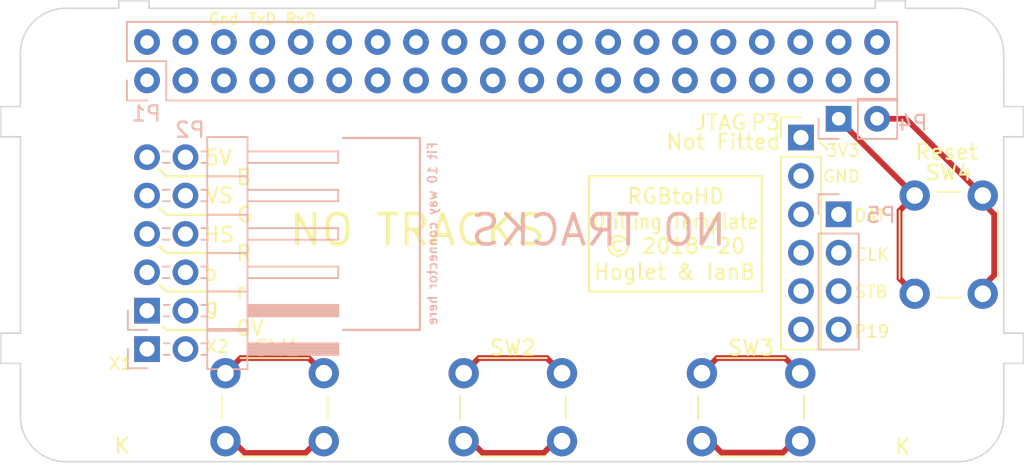
<source format=kicad_pcb>
(kicad_pcb (version 20171130) (host pcbnew "(5.1.4)-1")

  (general
    (thickness 1.6)
    (drawings 99)
    (tracks 36)
    (zones 0)
    (modules 20)
    (nets 71)
  )

  (page A4)
  (layers
    (0 F.Cu signal)
    (31 B.Cu signal)
    (34 B.Paste user hide)
    (35 F.Paste user hide)
    (36 B.SilkS user)
    (37 F.SilkS user)
    (38 B.Mask user hide)
    (39 F.Mask user hide)
    (40 Dwgs.User user hide)
    (41 Cmts.User user hide)
    (44 Edge.Cuts user)
    (45 Margin user hide)
    (46 B.CrtYd user hide)
    (47 F.CrtYd user hide)
    (48 B.Fab user hide)
    (49 F.Fab user hide)
  )

  (setup
    (last_trace_width 0.2032)
    (user_trace_width 0.2032)
    (user_trace_width 0.381)
    (user_trace_width 0.635)
    (user_trace_width 0.762)
    (user_trace_width 0.889)
    (user_trace_width 1.016)
    (user_trace_width 1.143)
    (user_trace_width 1.27)
    (trace_clearance 0.2032)
    (zone_clearance 0.508)
    (zone_45_only yes)
    (trace_min 0.2032)
    (via_size 0.6604)
    (via_drill 0.3048)
    (via_min_size 0.6604)
    (via_min_drill 0.3048)
    (uvia_size 0.6096)
    (uvia_drill 0.3048)
    (uvias_allowed no)
    (uvia_min_size 0)
    (uvia_min_drill 0)
    (edge_width 0.1)
    (segment_width 0.2)
    (pcb_text_width 0.2)
    (pcb_text_size 1.25 1.25)
    (mod_edge_width 0.15)
    (mod_text_size 1 1)
    (mod_text_width 0.15)
    (pad_size 3 3)
    (pad_drill 3)
    (pad_to_mask_clearance 0.15)
    (solder_mask_min_width 0.4)
    (aux_axis_origin 84.402 56.40096)
    (grid_origin 45.002 28.00096)
    (visible_elements 7FFFFFFF)
    (pcbplotparams
      (layerselection 0x010f0_ffffffff)
      (usegerberextensions true)
      (usegerberattributes false)
      (usegerberadvancedattributes false)
      (creategerberjobfile false)
      (excludeedgelayer true)
      (linewidth 0.100000)
      (plotframeref false)
      (viasonmask false)
      (mode 1)
      (useauxorigin false)
      (hpglpennumber 1)
      (hpglpenspeed 20)
      (hpglpendiameter 15.000000)
      (psnegative false)
      (psa4output false)
      (plotreference true)
      (plotvalue false)
      (plotinvisibletext false)
      (padsonsilk false)
      (subtractmaskfromsilk false)
      (outputformat 1)
      (mirror false)
      (drillshape 0)
      (scaleselection 1)
      (outputdirectory "manufacturing/"))
  )

  (net 0 "")
  (net 1 "Net-(P4-Pad1)")
  (net 2 "Net-(P4-Pad2)")
  (net 3 "Net-(J2-Pad1)")
  (net 4 "Net-(J2-Pad2)")
  (net 5 "Net-(P1-Pad1)")
  (net 6 "Net-(P1-Pad2)")
  (net 7 "Net-(P1-Pad3)")
  (net 8 "Net-(P1-Pad4)")
  (net 9 "Net-(P1-Pad5)")
  (net 10 "Net-(P1-Pad6)")
  (net 11 "Net-(P1-Pad7)")
  (net 12 "Net-(P1-Pad8)")
  (net 13 "Net-(P1-Pad9)")
  (net 14 "Net-(P1-Pad10)")
  (net 15 "Net-(P1-Pad11)")
  (net 16 "Net-(P1-Pad12)")
  (net 17 "Net-(P1-Pad13)")
  (net 18 "Net-(P1-Pad14)")
  (net 19 "Net-(P1-Pad15)")
  (net 20 "Net-(P1-Pad16)")
  (net 21 "Net-(P1-Pad17)")
  (net 22 "Net-(P1-Pad18)")
  (net 23 "Net-(P1-Pad19)")
  (net 24 "Net-(P1-Pad20)")
  (net 25 "Net-(P1-Pad21)")
  (net 26 "Net-(P1-Pad22)")
  (net 27 "Net-(P1-Pad23)")
  (net 28 "Net-(P1-Pad24)")
  (net 29 "Net-(P1-Pad25)")
  (net 30 "Net-(P1-Pad26)")
  (net 31 "Net-(P1-Pad27)")
  (net 32 "Net-(P1-Pad28)")
  (net 33 "Net-(P1-Pad29)")
  (net 34 "Net-(P1-Pad30)")
  (net 35 "Net-(P1-Pad31)")
  (net 36 "Net-(P1-Pad32)")
  (net 37 "Net-(P1-Pad33)")
  (net 38 "Net-(P1-Pad34)")
  (net 39 "Net-(P1-Pad35)")
  (net 40 "Net-(P1-Pad36)")
  (net 41 "Net-(P1-Pad37)")
  (net 42 "Net-(P1-Pad38)")
  (net 43 "Net-(P1-Pad39)")
  (net 44 "Net-(P1-Pad40)")
  (net 45 "Net-(P2-Pad1)")
  (net 46 "Net-(P2-Pad2)")
  (net 47 "Net-(P2-Pad3)")
  (net 48 "Net-(P2-Pad4)")
  (net 49 "Net-(P2-Pad5)")
  (net 50 "Net-(P2-Pad6)")
  (net 51 "Net-(P2-Pad7)")
  (net 52 "Net-(P2-Pad8)")
  (net 53 "Net-(P2-Pad9)")
  (net 54 "Net-(P2-Pad10)")
  (net 55 "Net-(P3-Pad1)")
  (net 56 "Net-(P3-Pad2)")
  (net 57 "Net-(P3-Pad3)")
  (net 58 "Net-(P3-Pad4)")
  (net 59 "Net-(P3-Pad5)")
  (net 60 "Net-(P3-Pad6)")
  (net 61 "Net-(P5-Pad1)")
  (net 62 "Net-(P5-Pad2)")
  (net 63 "Net-(P5-Pad3)")
  (net 64 "Net-(P5-Pad4)")
  (net 65 "Net-(SW1-Pad1)")
  (net 66 "Net-(SW1-Pad2)")
  (net 67 "Net-(SW2-Pad2)")
  (net 68 "Net-(SW2-Pad1)")
  (net 69 "Net-(SW3-Pad2)")
  (net 70 "Net-(SW3-Pad1)")

  (net_class Default "This is the default net class."
    (clearance 0.2032)
    (trace_width 0.2032)
    (via_dia 0.6604)
    (via_drill 0.3048)
    (uvia_dia 0.6096)
    (uvia_drill 0.3048)
    (diff_pair_width 0.2032)
    (diff_pair_gap 0.25)
    (add_net "Net-(J2-Pad1)")
    (add_net "Net-(J2-Pad2)")
    (add_net "Net-(P1-Pad1)")
    (add_net "Net-(P1-Pad10)")
    (add_net "Net-(P1-Pad11)")
    (add_net "Net-(P1-Pad12)")
    (add_net "Net-(P1-Pad13)")
    (add_net "Net-(P1-Pad14)")
    (add_net "Net-(P1-Pad15)")
    (add_net "Net-(P1-Pad16)")
    (add_net "Net-(P1-Pad17)")
    (add_net "Net-(P1-Pad18)")
    (add_net "Net-(P1-Pad19)")
    (add_net "Net-(P1-Pad2)")
    (add_net "Net-(P1-Pad20)")
    (add_net "Net-(P1-Pad21)")
    (add_net "Net-(P1-Pad22)")
    (add_net "Net-(P1-Pad23)")
    (add_net "Net-(P1-Pad24)")
    (add_net "Net-(P1-Pad25)")
    (add_net "Net-(P1-Pad26)")
    (add_net "Net-(P1-Pad27)")
    (add_net "Net-(P1-Pad28)")
    (add_net "Net-(P1-Pad29)")
    (add_net "Net-(P1-Pad3)")
    (add_net "Net-(P1-Pad30)")
    (add_net "Net-(P1-Pad31)")
    (add_net "Net-(P1-Pad32)")
    (add_net "Net-(P1-Pad33)")
    (add_net "Net-(P1-Pad34)")
    (add_net "Net-(P1-Pad35)")
    (add_net "Net-(P1-Pad36)")
    (add_net "Net-(P1-Pad37)")
    (add_net "Net-(P1-Pad38)")
    (add_net "Net-(P1-Pad39)")
    (add_net "Net-(P1-Pad4)")
    (add_net "Net-(P1-Pad40)")
    (add_net "Net-(P1-Pad5)")
    (add_net "Net-(P1-Pad6)")
    (add_net "Net-(P1-Pad7)")
    (add_net "Net-(P1-Pad8)")
    (add_net "Net-(P1-Pad9)")
    (add_net "Net-(P2-Pad1)")
    (add_net "Net-(P2-Pad10)")
    (add_net "Net-(P2-Pad2)")
    (add_net "Net-(P2-Pad3)")
    (add_net "Net-(P2-Pad4)")
    (add_net "Net-(P2-Pad5)")
    (add_net "Net-(P2-Pad6)")
    (add_net "Net-(P2-Pad7)")
    (add_net "Net-(P2-Pad8)")
    (add_net "Net-(P2-Pad9)")
    (add_net "Net-(P3-Pad1)")
    (add_net "Net-(P3-Pad2)")
    (add_net "Net-(P3-Pad3)")
    (add_net "Net-(P3-Pad4)")
    (add_net "Net-(P3-Pad5)")
    (add_net "Net-(P3-Pad6)")
    (add_net "Net-(P4-Pad1)")
    (add_net "Net-(P4-Pad2)")
    (add_net "Net-(P5-Pad1)")
    (add_net "Net-(P5-Pad2)")
    (add_net "Net-(P5-Pad3)")
    (add_net "Net-(P5-Pad4)")
    (add_net "Net-(SW1-Pad1)")
    (add_net "Net-(SW1-Pad2)")
    (add_net "Net-(SW2-Pad1)")
    (add_net "Net-(SW2-Pad2)")
    (add_net "Net-(SW3-Pad1)")
    (add_net "Net-(SW3-Pad2)")
  )

  (net_class Power ""
    (clearance 0.2032)
    (trace_width 0.381)
    (via_dia 0.762)
    (via_drill 0.381)
    (uvia_dia 0.6096)
    (uvia_drill 0.3048)
    (diff_pair_width 0.2032)
    (diff_pair_gap 0.25)
  )

  (module MountingHole:mountinghole_1mm (layer F.Cu) (tedit 5E67FE16) (tstamp 5DECAB77)
    (at 77.33862 39.95166)
    (fp_text reference " " (at 0 5.08) (layer F.SilkS)
      (effects (font (size 1 1) (thickness 0.15)))
    )
    (fp_text value mountinghole_1mm (at 0 -3.81) (layer F.Fab)
      (effects (font (size 1 1) (thickness 0.15)))
    )
    (fp_circle (center 0 0) (end 1 0) (layer Cmts.User) (width 0.1))
    (fp_circle (center 0 0) (end 1.1 0) (layer F.CrtYd) (width 0.05))
    (pad "" np_thru_hole circle (at 0.02838 0.1893) (size 4 4) (drill 4) (layers *.Cu *.Mask)
      (zone_connect 0))
  )

  (module MountingHole:mountinghole_1mm (layer F.Cu) (tedit 5E67FDEB) (tstamp 5DEC82DF)
    (at 24.35676 50.90668)
    (fp_text reference " " (at 1.91008 2.6289) (layer F.SilkS)
      (effects (font (size 1 1) (thickness 0.15)))
    )
    (fp_text value mountinghole_1mm (at 0 -3.81) (layer F.Fab)
      (effects (font (size 1 1) (thickness 0.15)))
    )
    (fp_circle (center 0 0) (end 1 0) (layer Cmts.User) (width 0.1))
    (fp_circle (center 0 0) (end 1.1 0) (layer F.CrtYd) (width 0.05))
    (pad "" np_thru_hole circle (at -0.00776 -0.00972) (size 3 3) (drill 3) (layers *.Cu *.Mask))
  )

  (module MountingHole:mountinghole_1mm (layer F.Cu) (tedit 5E67FE20) (tstamp 5DEC82C6)
    (at 72.74376 50.90668)
    (fp_text reference " " (at -1.07442 2.8575) (layer F.SilkS)
      (effects (font (size 1 1) (thickness 0.15)))
    )
    (fp_text value mountinghole_1mm (at 0 -3.81) (layer F.Fab)
      (effects (font (size 1 1) (thickness 0.15)))
    )
    (fp_circle (center 0 0) (end 1 0) (layer Cmts.User) (width 0.1))
    (fp_circle (center 0 0) (end 1.1 0) (layer F.CrtYd) (width 0.05))
    (pad "" np_thru_hole circle (at 0.01524 -0.00972) (size 3 3) (drill 3) (layers *.Cu *.Mask))
  )

  (module MountingHole:mountinghole_1mm (layer F.Cu) (tedit 5E67FE0D) (tstamp 5DEC80C7)
    (at 64.29826 50.90414)
    (fp_text reference " " (at 0.30734 2.40284) (layer F.SilkS)
      (effects (font (size 1 1) (thickness 0.15)))
    )
    (fp_text value mountinghole_1mm (at 0 -3.81) (layer F.Fab)
      (effects (font (size 1 1) (thickness 0.15)))
    )
    (fp_circle (center 0 0) (end 1 0) (layer Cmts.User) (width 0.1))
    (fp_circle (center 0 0) (end 1.1 0) (layer F.CrtYd) (width 0.05))
    (pad "" np_thru_hole circle (at 0.00374 -0.00718) (size 4 4) (drill 4) (layers *.Cu *.Mask)
      (zone_connect 0))
  )

  (module MountingHole:mountinghole_1mm (layer F.Cu) (tedit 5E67FE03) (tstamp 5DEC80AE)
    (at 48.51978 50.90414)
    (fp_text reference " " (at 0.11684 2.47904) (layer F.SilkS)
      (effects (font (size 1 1) (thickness 0.15)))
    )
    (fp_text value mountinghole_1mm (at 0 -3.81) (layer F.Fab)
      (effects (font (size 1 1) (thickness 0.15)))
    )
    (fp_circle (center 0 0) (end 1 0) (layer Cmts.User) (width 0.1))
    (fp_circle (center 0 0) (end 1.1 0) (layer F.CrtYd) (width 0.05))
    (pad "" np_thru_hole circle (at 0.03422 -0.00718) (size 4 4) (drill 4) (layers *.Cu *.Mask)
      (zone_connect 0))
  )

  (module MountingHole:mountinghole_1mm (layer F.Cu) (tedit 5E67FDF9) (tstamp 5DEC8095)
    (at 32.78956 50.89398)
    (fp_text reference " " (at 0.29718 2.76352) (layer F.SilkS)
      (effects (font (size 1 1) (thickness 0.15)))
    )
    (fp_text value mountinghole_1mm (at 0 -3.81) (layer F.Fab)
      (effects (font (size 1 1) (thickness 0.15)))
    )
    (fp_circle (center 0 0) (end 1 0) (layer Cmts.User) (width 0.1))
    (fp_circle (center 0 0) (end 1.1 0) (layer F.CrtYd) (width 0.05))
    (pad "" np_thru_hole circle (at 0.01644 0.00298) (size 4 4) (drill 4) (layers *.Cu *.Mask)
      (zone_connect 0))
  )

  (module Connector_PinHeader_2.54mm:PinHeader_2x05_P2.54mm_Horizontal locked (layer B.Cu) (tedit 59FED5CB) (tstamp 5DAA3329)
    (at 24.372 44.51096)
    (descr "Through hole angled pin header, 2x05, 2.54mm pitch, 6mm pin length, double rows")
    (tags "Through hole angled pin header THT 2x05 2.54mm double row")
    (path /5DAA3151)
    (fp_text reference P2 (at 2.84 -11.97) (layer B.SilkS)
      (effects (font (size 1 1) (thickness 0.15)) (justify mirror))
    )
    (fp_text value Conn_02x05_Odd_Even (at 5.655 -12.43) (layer B.Fab)
      (effects (font (size 1 1) (thickness 0.15)) (justify mirror))
    )
    (fp_line (start 4.675 1.27) (end 6.58 1.27) (layer B.Fab) (width 0.1))
    (fp_line (start 6.58 1.27) (end 6.58 -11.43) (layer B.Fab) (width 0.1))
    (fp_line (start 6.58 -11.43) (end 4.04 -11.43) (layer B.Fab) (width 0.1))
    (fp_line (start 4.04 -11.43) (end 4.04 0.635) (layer B.Fab) (width 0.1))
    (fp_line (start 4.04 0.635) (end 4.675 1.27) (layer B.Fab) (width 0.1))
    (fp_line (start -0.32 0.32) (end 4.04 0.32) (layer B.Fab) (width 0.1))
    (fp_line (start -0.32 0.32) (end -0.32 -0.32) (layer B.Fab) (width 0.1))
    (fp_line (start -0.32 -0.32) (end 4.04 -0.32) (layer B.Fab) (width 0.1))
    (fp_line (start 6.58 0.32) (end 12.58 0.32) (layer B.Fab) (width 0.1))
    (fp_line (start 12.58 0.32) (end 12.58 -0.32) (layer B.Fab) (width 0.1))
    (fp_line (start 6.58 -0.32) (end 12.58 -0.32) (layer B.Fab) (width 0.1))
    (fp_line (start -0.32 -2.22) (end 4.04 -2.22) (layer B.Fab) (width 0.1))
    (fp_line (start -0.32 -2.22) (end -0.32 -2.86) (layer B.Fab) (width 0.1))
    (fp_line (start -0.32 -2.86) (end 4.04 -2.86) (layer B.Fab) (width 0.1))
    (fp_line (start 6.58 -2.22) (end 12.58 -2.22) (layer B.Fab) (width 0.1))
    (fp_line (start 12.58 -2.22) (end 12.58 -2.86) (layer B.Fab) (width 0.1))
    (fp_line (start 6.58 -2.86) (end 12.58 -2.86) (layer B.Fab) (width 0.1))
    (fp_line (start -0.32 -4.76) (end 4.04 -4.76) (layer B.Fab) (width 0.1))
    (fp_line (start -0.32 -4.76) (end -0.32 -5.4) (layer B.Fab) (width 0.1))
    (fp_line (start -0.32 -5.4) (end 4.04 -5.4) (layer B.Fab) (width 0.1))
    (fp_line (start 6.58 -4.76) (end 12.58 -4.76) (layer B.Fab) (width 0.1))
    (fp_line (start 12.58 -4.76) (end 12.58 -5.4) (layer B.Fab) (width 0.1))
    (fp_line (start 6.58 -5.4) (end 12.58 -5.4) (layer B.Fab) (width 0.1))
    (fp_line (start -0.32 -7.3) (end 4.04 -7.3) (layer B.Fab) (width 0.1))
    (fp_line (start -0.32 -7.3) (end -0.32 -7.94) (layer B.Fab) (width 0.1))
    (fp_line (start -0.32 -7.94) (end 4.04 -7.94) (layer B.Fab) (width 0.1))
    (fp_line (start 6.58 -7.3) (end 12.58 -7.3) (layer B.Fab) (width 0.1))
    (fp_line (start 12.58 -7.3) (end 12.58 -7.94) (layer B.Fab) (width 0.1))
    (fp_line (start 6.58 -7.94) (end 12.58 -7.94) (layer B.Fab) (width 0.1))
    (fp_line (start -0.32 -9.84) (end 4.04 -9.84) (layer B.Fab) (width 0.1))
    (fp_line (start -0.32 -9.84) (end -0.32 -10.48) (layer B.Fab) (width 0.1))
    (fp_line (start -0.32 -10.48) (end 4.04 -10.48) (layer B.Fab) (width 0.1))
    (fp_line (start 6.58 -9.84) (end 12.58 -9.84) (layer B.Fab) (width 0.1))
    (fp_line (start 12.58 -9.84) (end 12.58 -10.48) (layer B.Fab) (width 0.1))
    (fp_line (start 6.58 -10.48) (end 12.58 -10.48) (layer B.Fab) (width 0.1))
    (fp_line (start 3.98 1.33) (end 3.98 -11.49) (layer B.SilkS) (width 0.12))
    (fp_line (start 3.98 -11.49) (end 6.64 -11.49) (layer B.SilkS) (width 0.12))
    (fp_line (start 6.64 -11.49) (end 6.64 1.33) (layer B.SilkS) (width 0.12))
    (fp_line (start 6.64 1.33) (end 3.98 1.33) (layer B.SilkS) (width 0.12))
    (fp_line (start 6.64 0.38) (end 12.64 0.38) (layer B.SilkS) (width 0.12))
    (fp_line (start 12.64 0.38) (end 12.64 -0.38) (layer B.SilkS) (width 0.12))
    (fp_line (start 12.64 -0.38) (end 6.64 -0.38) (layer B.SilkS) (width 0.12))
    (fp_line (start 6.64 0.32) (end 12.64 0.32) (layer B.SilkS) (width 0.12))
    (fp_line (start 6.64 0.2) (end 12.64 0.2) (layer B.SilkS) (width 0.12))
    (fp_line (start 6.64 0.08) (end 12.64 0.08) (layer B.SilkS) (width 0.12))
    (fp_line (start 6.64 -0.04) (end 12.64 -0.04) (layer B.SilkS) (width 0.12))
    (fp_line (start 6.64 -0.16) (end 12.64 -0.16) (layer B.SilkS) (width 0.12))
    (fp_line (start 6.64 -0.28) (end 12.64 -0.28) (layer B.SilkS) (width 0.12))
    (fp_line (start 3.582929 0.38) (end 3.98 0.38) (layer B.SilkS) (width 0.12))
    (fp_line (start 3.582929 -0.38) (end 3.98 -0.38) (layer B.SilkS) (width 0.12))
    (fp_line (start 1.11 0.38) (end 1.497071 0.38) (layer B.SilkS) (width 0.12))
    (fp_line (start 1.11 -0.38) (end 1.497071 -0.38) (layer B.SilkS) (width 0.12))
    (fp_line (start 3.98 -1.27) (end 6.64 -1.27) (layer B.SilkS) (width 0.12))
    (fp_line (start 6.64 -2.16) (end 12.64 -2.16) (layer B.SilkS) (width 0.12))
    (fp_line (start 12.64 -2.16) (end 12.64 -2.92) (layer B.SilkS) (width 0.12))
    (fp_line (start 12.64 -2.92) (end 6.64 -2.92) (layer B.SilkS) (width 0.12))
    (fp_line (start 3.582929 -2.16) (end 3.98 -2.16) (layer B.SilkS) (width 0.12))
    (fp_line (start 3.582929 -2.92) (end 3.98 -2.92) (layer B.SilkS) (width 0.12))
    (fp_line (start 1.042929 -2.16) (end 1.497071 -2.16) (layer B.SilkS) (width 0.12))
    (fp_line (start 1.042929 -2.92) (end 1.497071 -2.92) (layer B.SilkS) (width 0.12))
    (fp_line (start 3.98 -3.81) (end 6.64 -3.81) (layer B.SilkS) (width 0.12))
    (fp_line (start 6.64 -4.7) (end 12.64 -4.7) (layer B.SilkS) (width 0.12))
    (fp_line (start 12.64 -4.7) (end 12.64 -5.46) (layer B.SilkS) (width 0.12))
    (fp_line (start 12.64 -5.46) (end 6.64 -5.46) (layer B.SilkS) (width 0.12))
    (fp_line (start 3.582929 -4.7) (end 3.98 -4.7) (layer B.SilkS) (width 0.12))
    (fp_line (start 3.582929 -5.46) (end 3.98 -5.46) (layer B.SilkS) (width 0.12))
    (fp_line (start 1.042929 -4.7) (end 1.497071 -4.7) (layer B.SilkS) (width 0.12))
    (fp_line (start 1.042929 -5.46) (end 1.497071 -5.46) (layer B.SilkS) (width 0.12))
    (fp_line (start 3.98 -6.35) (end 6.64 -6.35) (layer B.SilkS) (width 0.12))
    (fp_line (start 6.64 -7.24) (end 12.64 -7.24) (layer B.SilkS) (width 0.12))
    (fp_line (start 12.64 -7.24) (end 12.64 -8) (layer B.SilkS) (width 0.12))
    (fp_line (start 12.64 -8) (end 6.64 -8) (layer B.SilkS) (width 0.12))
    (fp_line (start 3.582929 -7.24) (end 3.98 -7.24) (layer B.SilkS) (width 0.12))
    (fp_line (start 3.582929 -8) (end 3.98 -8) (layer B.SilkS) (width 0.12))
    (fp_line (start 1.042929 -7.24) (end 1.497071 -7.24) (layer B.SilkS) (width 0.12))
    (fp_line (start 1.042929 -8) (end 1.497071 -8) (layer B.SilkS) (width 0.12))
    (fp_line (start 3.98 -8.89) (end 6.64 -8.89) (layer B.SilkS) (width 0.12))
    (fp_line (start 6.64 -9.78) (end 12.64 -9.78) (layer B.SilkS) (width 0.12))
    (fp_line (start 12.64 -9.78) (end 12.64 -10.54) (layer B.SilkS) (width 0.12))
    (fp_line (start 12.64 -10.54) (end 6.64 -10.54) (layer B.SilkS) (width 0.12))
    (fp_line (start 3.582929 -9.78) (end 3.98 -9.78) (layer B.SilkS) (width 0.12))
    (fp_line (start 3.582929 -10.54) (end 3.98 -10.54) (layer B.SilkS) (width 0.12))
    (fp_line (start 1.042929 -9.78) (end 1.497071 -9.78) (layer B.SilkS) (width 0.12))
    (fp_line (start 1.042929 -10.54) (end 1.497071 -10.54) (layer B.SilkS) (width 0.12))
    (fp_line (start -1.27 0) (end -1.27 1.27) (layer B.SilkS) (width 0.12))
    (fp_line (start -1.27 1.27) (end 0 1.27) (layer B.SilkS) (width 0.12))
    (fp_line (start -1.8 1.8) (end -1.8 -11.95) (layer B.CrtYd) (width 0.05))
    (fp_line (start -1.8 -11.95) (end 13.1 -11.95) (layer B.CrtYd) (width 0.05))
    (fp_line (start 13.1 -11.95) (end 13.1 1.8) (layer B.CrtYd) (width 0.05))
    (fp_line (start 13.1 1.8) (end -1.8 1.8) (layer B.CrtYd) (width 0.05))
    (fp_text user %R (at 5.31 -5.08 -90) (layer B.Fab)
      (effects (font (size 1 1) (thickness 0.15)) (justify mirror))
    )
    (pad 1 thru_hole rect (at 0 0) (size 1.7 1.7) (drill 1) (layers *.Cu *.Mask)
      (net 45 "Net-(P2-Pad1)"))
    (pad 2 thru_hole oval (at 2.54 0) (size 1.7 1.7) (drill 1) (layers *.Cu *.Mask)
      (net 46 "Net-(P2-Pad2)"))
    (pad 3 thru_hole oval (at 0 -2.54) (size 1.7 1.7) (drill 1) (layers *.Cu *.Mask)
      (net 47 "Net-(P2-Pad3)"))
    (pad 4 thru_hole oval (at 2.54 -2.54) (size 1.7 1.7) (drill 1) (layers *.Cu *.Mask)
      (net 48 "Net-(P2-Pad4)"))
    (pad 5 thru_hole oval (at 0 -5.08) (size 1.7 1.7) (drill 1) (layers *.Cu *.Mask)
      (net 49 "Net-(P2-Pad5)"))
    (pad 6 thru_hole oval (at 2.54 -5.08) (size 1.7 1.7) (drill 1) (layers *.Cu *.Mask)
      (net 50 "Net-(P2-Pad6)"))
    (pad 7 thru_hole oval (at 0 -7.62) (size 1.7 1.7) (drill 1) (layers *.Cu *.Mask)
      (net 51 "Net-(P2-Pad7)"))
    (pad 8 thru_hole oval (at 2.54 -7.62) (size 1.7 1.7) (drill 1) (layers *.Cu *.Mask)
      (net 52 "Net-(P2-Pad8)"))
    (pad 9 thru_hole oval (at 0 -10.16) (size 1.7 1.7) (drill 1) (layers *.Cu *.Mask)
      (net 53 "Net-(P2-Pad9)"))
    (pad 10 thru_hole oval (at 2.54 -10.16) (size 1.7 1.7) (drill 1) (layers *.Cu *.Mask)
      (net 54 "Net-(P2-Pad10)"))
    (model ${KISYS3DMOD}/Connector_PinHeader_2.54mm.3dshapes/PinHeader_2x05_P2.54mm_Horizontal.wrl
      (at (xyz 0 0 0))
      (scale (xyz 1 1 1))
      (rotate (xyz 0 0 0))
    )
  )

  (module Connector_PinSocket_2.54mm:PinSocket_1x04_P2.54mm_Vertical (layer B.Cu) (tedit 5A19A429) (tstamp 5DCC2DEF)
    (at 70.092 38.13556 180)
    (descr "Through hole straight socket strip, 1x04, 2.54mm pitch, single row (from Kicad 4.0.7), script generated")
    (tags "Through hole socket strip THT 1x04 2.54mm single row")
    (path /5DCE6A21)
    (fp_text reference P5 (at -2.794 -0.0508) (layer B.SilkS)
      (effects (font (size 1 1) (thickness 0.15)) (justify mirror))
    )
    (fp_text value Conn_01x04 (at 0 -10.39) (layer B.Fab)
      (effects (font (size 1 1) (thickness 0.15)) (justify mirror))
    )
    (fp_line (start -1.27 1.27) (end 0.635 1.27) (layer B.Fab) (width 0.1))
    (fp_line (start 0.635 1.27) (end 1.27 0.635) (layer B.Fab) (width 0.1))
    (fp_line (start 1.27 0.635) (end 1.27 -8.89) (layer B.Fab) (width 0.1))
    (fp_line (start 1.27 -8.89) (end -1.27 -8.89) (layer B.Fab) (width 0.1))
    (fp_line (start -1.27 -8.89) (end -1.27 1.27) (layer B.Fab) (width 0.1))
    (fp_line (start -1.33 -1.27) (end 1.33 -1.27) (layer B.SilkS) (width 0.12))
    (fp_line (start -1.33 -1.27) (end -1.33 -8.95) (layer B.SilkS) (width 0.12))
    (fp_line (start -1.33 -8.95) (end 1.33 -8.95) (layer B.SilkS) (width 0.12))
    (fp_line (start 1.33 -1.27) (end 1.33 -8.95) (layer B.SilkS) (width 0.12))
    (fp_line (start 1.33 1.33) (end 1.33 0) (layer B.SilkS) (width 0.12))
    (fp_line (start 0 1.33) (end 1.33 1.33) (layer B.SilkS) (width 0.12))
    (fp_line (start -1.8 1.8) (end 1.75 1.8) (layer B.CrtYd) (width 0.05))
    (fp_line (start 1.75 1.8) (end 1.75 -9.4) (layer B.CrtYd) (width 0.05))
    (fp_line (start 1.75 -9.4) (end -1.8 -9.4) (layer B.CrtYd) (width 0.05))
    (fp_line (start -1.8 -9.4) (end -1.8 1.8) (layer B.CrtYd) (width 0.05))
    (fp_text user %R (at 0 -3.81 270) (layer B.Fab)
      (effects (font (size 1 1) (thickness 0.15)) (justify mirror))
    )
    (pad 1 thru_hole rect (at 0 0 180) (size 1.7 1.7) (drill 1) (layers *.Cu *.Mask)
      (net 61 "Net-(P5-Pad1)"))
    (pad 2 thru_hole oval (at 0 -2.54 180) (size 1.7 1.7) (drill 1) (layers *.Cu *.Mask)
      (net 62 "Net-(P5-Pad2)"))
    (pad 3 thru_hole oval (at 0 -5.08 180) (size 1.7 1.7) (drill 1) (layers *.Cu *.Mask)
      (net 63 "Net-(P5-Pad3)"))
    (pad 4 thru_hole oval (at 0 -7.62 180) (size 1.7 1.7) (drill 1) (layers *.Cu *.Mask)
      (net 64 "Net-(P5-Pad4)"))
    (model ${KISYS3DMOD}/Connector_PinSocket_2.54mm.3dshapes/PinSocket_1x04_P2.54mm_Vertical.wrl
      (at (xyz 0 0 0))
      (scale (xyz 1 1 1))
      (rotate (xyz 0 0 0))
    )
  )

  (module RPi_Hat:RPi_Hat_Mounting_Hole locked (layer F.Cu) (tedit 55217CCB) (tstamp 58B743A7)
    (at 19.5 51)
    (descr "Mounting hole, Befestigungsbohrung, 2,7mm, No Annular, Kein Restring,")
    (tags "Mounting hole, Befestigungsbohrung, 2,7mm, No Annular, Kein Restring,")
    (fp_text reference "" (at 0 -4.0005) (layer F.SilkS) hide
      (effects (font (size 1 1) (thickness 0.15)))
    )
    (fp_text value "" (at 0.09906 3.59918) (layer F.Fab) hide
      (effects (font (size 1 1) (thickness 0.15)))
    )
    (fp_circle (center 0 0) (end 1.375 0) (layer F.Fab) (width 0.15))
    (fp_circle (center 0 0) (end 3.1 0) (layer F.Fab) (width 0.15))
    (fp_circle (center 0 0) (end 3.1 0) (layer B.Fab) (width 0.15))
    (fp_circle (center 0 0) (end 1.375 0) (layer B.Fab) (width 0.15))
    (fp_circle (center 0 0) (end 3.1 0) (layer F.CrtYd) (width 0.15))
    (fp_circle (center 0 0) (end 3.1 0) (layer B.CrtYd) (width 0.15))
    (pad "" np_thru_hole circle (at 0 0) (size 2.75 2.75) (drill 2.75) (layers *.Cu *.Mask)
      (solder_mask_margin 1.725) (clearance 1.725))
  )

  (module RPi_Hat:RPi_Hat_Mounting_Hole locked (layer F.Cu) (tedit 55217C7B) (tstamp 5515DEA9)
    (at 77.5 28)
    (descr "Mounting hole, Befestigungsbohrung, 2,7mm, No Annular, Kein Restring,")
    (tags "Mounting hole, Befestigungsbohrung, 2,7mm, No Annular, Kein Restring,")
    (fp_text reference "" (at 0 -4.0005) (layer F.SilkS) hide
      (effects (font (size 1 1) (thickness 0.15)))
    )
    (fp_text value "" (at 0.09906 3.59918) (layer F.Fab) hide
      (effects (font (size 1 1) (thickness 0.15)))
    )
    (fp_circle (center 0 0) (end 1.375 0) (layer F.Fab) (width 0.15))
    (fp_circle (center 0 0) (end 3.1 0) (layer F.Fab) (width 0.15))
    (fp_circle (center 0 0) (end 3.1 0) (layer B.Fab) (width 0.15))
    (fp_circle (center 0 0) (end 1.375 0) (layer B.Fab) (width 0.15))
    (fp_circle (center 0 0) (end 3.1 0) (layer F.CrtYd) (width 0.15))
    (fp_circle (center 0 0) (end 3.1 0) (layer B.CrtYd) (width 0.15))
    (pad "" np_thru_hole circle (at 0 0) (size 2.75 2.75) (drill 2.75) (layers *.Cu *.Mask)
      (solder_mask_margin 1.725) (clearance 1.725))
  )

  (module RPi_Hat:RPi_Hat_Mounting_Hole locked (layer F.Cu) (tedit 55217CCB) (tstamp 55169DC9)
    (at 77.5 51)
    (descr "Mounting hole, Befestigungsbohrung, 2,7mm, No Annular, Kein Restring,")
    (tags "Mounting hole, Befestigungsbohrung, 2,7mm, No Annular, Kein Restring,")
    (fp_text reference "" (at 0 -4.0005) (layer F.SilkS) hide
      (effects (font (size 1 1) (thickness 0.15)))
    )
    (fp_text value "" (at 0.09906 3.59918) (layer F.Fab) hide
      (effects (font (size 1 1) (thickness 0.15)))
    )
    (fp_circle (center 0 0) (end 1.375 0) (layer F.Fab) (width 0.15))
    (fp_circle (center 0 0) (end 3.1 0) (layer F.Fab) (width 0.15))
    (fp_circle (center 0 0) (end 3.1 0) (layer B.Fab) (width 0.15))
    (fp_circle (center 0 0) (end 1.375 0) (layer B.Fab) (width 0.15))
    (fp_circle (center 0 0) (end 3.1 0) (layer F.CrtYd) (width 0.15))
    (fp_circle (center 0 0) (end 3.1 0) (layer B.CrtYd) (width 0.15))
    (pad "" np_thru_hole circle (at 0 0) (size 2.75 2.75) (drill 2.75) (layers *.Cu *.Mask)
      (solder_mask_margin 1.725) (clearance 1.725))
  )

  (module RPi_Hat:RPi_Hat_Mounting_Hole locked (layer F.Cu) (tedit 55217CA2) (tstamp 5515DEBF)
    (at 19.5 28)
    (descr "Mounting hole, Befestigungsbohrung, 2,7mm, No Annular, Kein Restring,")
    (tags "Mounting hole, Befestigungsbohrung, 2,7mm, No Annular, Kein Restring,")
    (fp_text reference "" (at 0 -4.0005) (layer F.SilkS) hide
      (effects (font (size 1 1) (thickness 0.15)))
    )
    (fp_text value "" (at 0.09906 3.59918) (layer F.Fab) hide
      (effects (font (size 1 1) (thickness 0.15)))
    )
    (fp_circle (center 0 0) (end 1.375 0) (layer F.Fab) (width 0.15))
    (fp_circle (center 0 0) (end 3.1 0) (layer F.Fab) (width 0.15))
    (fp_circle (center 0 0) (end 3.1 0) (layer B.Fab) (width 0.15))
    (fp_circle (center 0 0) (end 1.375 0) (layer B.Fab) (width 0.15))
    (fp_circle (center 0 0) (end 3.1 0) (layer F.CrtYd) (width 0.15))
    (fp_circle (center 0 0) (end 3.1 0) (layer B.CrtYd) (width 0.15))
    (pad "" np_thru_hole circle (at 0 0) (size 2.75 2.75) (drill 2.75) (layers *.Cu *.Mask)
      (solder_mask_margin 1.725) (clearance 1.725))
  )

  (module Connector_PinHeader_2.54mm:PinHeader_1x06_P2.54mm_Vertical (layer F.Cu) (tedit 59FED5CC) (tstamp 5DAA3391)
    (at 67.6008 33.054001)
    (descr "Through hole straight pin header, 1x06, 2.54mm pitch, single row")
    (tags "Through hole pin header THT 1x06 2.54mm single row")
    (path /5DA9B6A9)
    (attr virtual)
    (fp_text reference P3 (at -2.3348 -0.989041 180) (layer F.SilkS)
      (effects (font (size 1 1) (thickness 0.15)))
    )
    (fp_text value Conn_01x06 (at 0 15.03) (layer F.Fab)
      (effects (font (size 1 1) (thickness 0.15)))
    )
    (fp_line (start -0.635 -1.27) (end 1.27 -1.27) (layer F.Fab) (width 0.1))
    (fp_line (start 1.27 -1.27) (end 1.27 13.97) (layer F.Fab) (width 0.1))
    (fp_line (start 1.27 13.97) (end -1.27 13.97) (layer F.Fab) (width 0.1))
    (fp_line (start -1.27 13.97) (end -1.27 -0.635) (layer F.Fab) (width 0.1))
    (fp_line (start -1.27 -0.635) (end -0.635 -1.27) (layer F.Fab) (width 0.1))
    (fp_line (start -1.33 14.03) (end 1.33 14.03) (layer F.SilkS) (width 0.12))
    (fp_line (start -1.33 1.27) (end -1.33 14.03) (layer F.SilkS) (width 0.12))
    (fp_line (start 1.33 1.27) (end 1.33 14.03) (layer F.SilkS) (width 0.12))
    (fp_line (start -1.33 1.27) (end 1.33 1.27) (layer F.SilkS) (width 0.12))
    (fp_line (start -1.33 0) (end -1.33 -1.33) (layer F.SilkS) (width 0.12))
    (fp_line (start -1.33 -1.33) (end 0 -1.33) (layer F.SilkS) (width 0.12))
    (fp_line (start -1.8 -1.8) (end -1.8 14.5) (layer F.CrtYd) (width 0.05))
    (fp_line (start -1.8 14.5) (end 1.8 14.5) (layer F.CrtYd) (width 0.05))
    (fp_line (start 1.8 14.5) (end 1.8 -1.8) (layer F.CrtYd) (width 0.05))
    (fp_line (start 1.8 -1.8) (end -1.8 -1.8) (layer F.CrtYd) (width 0.05))
    (fp_text user %R (at 0 6.35 90) (layer F.Fab)
      (effects (font (size 1 1) (thickness 0.15)))
    )
    (pad 1 thru_hole rect (at 0 0) (size 1.7 1.7) (drill 1) (layers *.Cu *.Mask)
      (net 55 "Net-(P3-Pad1)"))
    (pad 2 thru_hole oval (at 0 2.54) (size 1.7 1.7) (drill 1) (layers *.Cu *.Mask)
      (net 56 "Net-(P3-Pad2)"))
    (pad 3 thru_hole oval (at 0 5.08) (size 1.7 1.7) (drill 1) (layers *.Cu *.Mask)
      (net 57 "Net-(P3-Pad3)"))
    (pad 4 thru_hole oval (at 0 7.62) (size 1.7 1.7) (drill 1) (layers *.Cu *.Mask)
      (net 58 "Net-(P3-Pad4)"))
    (pad 5 thru_hole oval (at 0 10.16) (size 1.7 1.7) (drill 1) (layers *.Cu *.Mask)
      (net 59 "Net-(P3-Pad5)"))
    (pad 6 thru_hole oval (at 0 12.7) (size 1.7 1.7) (drill 1) (layers *.Cu *.Mask)
      (net 60 "Net-(P3-Pad6)"))
    (model ${KISYS3DMOD}/Connector_PinHeader_2.54mm.3dshapes/PinHeader_1x06_P2.54mm_Vertical.wrl
      (at (xyz 0 0 0))
      (scale (xyz 1 1 1))
      (rotate (xyz 0 0 0))
    )
  )

  (module Button_Switch_THT:SW_PUSH_6mm_H5mm (layer F.Cu) (tedit 5A02FE31) (tstamp 5DAA7A9D)
    (at 36.056 53.14696 180)
    (descr "tactile push button, 6x6mm e.g. PHAP33xx series, height=5mm")
    (tags "tact sw push 6mm")
    (path /595B68BB)
    (fp_text reference SW1 (at 3.054 6.176) (layer F.SilkS)
      (effects (font (size 1 1) (thickness 0.15)))
    )
    (fp_text value SW_PUSH (at 3.75 6.7) (layer F.Fab)
      (effects (font (size 1 1) (thickness 0.15)))
    )
    (fp_circle (center 3.25 2.25) (end 1.25 2.5) (layer F.Fab) (width 0.1))
    (fp_line (start 6.75 3) (end 6.75 1.5) (layer F.SilkS) (width 0.12))
    (fp_line (start 5.5 -1) (end 1 -1) (layer F.SilkS) (width 0.12))
    (fp_line (start -0.25 1.5) (end -0.25 3) (layer F.SilkS) (width 0.12))
    (fp_line (start 1 5.5) (end 5.5 5.5) (layer F.SilkS) (width 0.12))
    (fp_line (start 8 -1.25) (end 8 5.75) (layer F.CrtYd) (width 0.05))
    (fp_line (start 7.75 6) (end -1.25 6) (layer F.CrtYd) (width 0.05))
    (fp_line (start -1.5 5.75) (end -1.5 -1.25) (layer F.CrtYd) (width 0.05))
    (fp_line (start -1.25 -1.5) (end 7.75 -1.5) (layer F.CrtYd) (width 0.05))
    (fp_line (start -1.5 6) (end -1.25 6) (layer F.CrtYd) (width 0.05))
    (fp_line (start -1.5 5.75) (end -1.5 6) (layer F.CrtYd) (width 0.05))
    (fp_line (start -1.5 -1.5) (end -1.25 -1.5) (layer F.CrtYd) (width 0.05))
    (fp_line (start -1.5 -1.25) (end -1.5 -1.5) (layer F.CrtYd) (width 0.05))
    (fp_line (start 8 -1.5) (end 8 -1.25) (layer F.CrtYd) (width 0.05))
    (fp_line (start 7.75 -1.5) (end 8 -1.5) (layer F.CrtYd) (width 0.05))
    (fp_line (start 8 6) (end 8 5.75) (layer F.CrtYd) (width 0.05))
    (fp_line (start 7.75 6) (end 8 6) (layer F.CrtYd) (width 0.05))
    (fp_line (start 0.25 -0.75) (end 3.25 -0.75) (layer F.Fab) (width 0.1))
    (fp_line (start 0.25 5.25) (end 0.25 -0.75) (layer F.Fab) (width 0.1))
    (fp_line (start 6.25 5.25) (end 0.25 5.25) (layer F.Fab) (width 0.1))
    (fp_line (start 6.25 -0.75) (end 6.25 5.25) (layer F.Fab) (width 0.1))
    (fp_line (start 3.25 -0.75) (end 6.25 -0.75) (layer F.Fab) (width 0.1))
    (fp_text user %R (at 3.25 2.25) (layer F.Fab)
      (effects (font (size 1 1) (thickness 0.15)))
    )
    (pad 1 thru_hole circle (at 6.5 0 270) (size 2 2) (drill 1.1) (layers *.Cu *.Mask)
      (net 65 "Net-(SW1-Pad1)"))
    (pad 2 thru_hole circle (at 6.5 4.5 270) (size 2 2) (drill 1.1) (layers *.Cu *.Mask)
      (net 66 "Net-(SW1-Pad2)"))
    (pad 1 thru_hole circle (at 0 0 270) (size 2 2) (drill 1.1) (layers *.Cu *.Mask)
      (net 65 "Net-(SW1-Pad1)"))
    (pad 2 thru_hole circle (at 0 4.5 270) (size 2 2) (drill 1.1) (layers *.Cu *.Mask)
      (net 66 "Net-(SW1-Pad2)"))
    (model ${KISYS3DMOD}/Button_Switch_THT.3dshapes/SW_PUSH_6mm_H5mm.wrl
      (at (xyz 0 0 0))
      (scale (xyz 1 1 1))
      (rotate (xyz 0 0 0))
    )
  )

  (module Button_Switch_THT:SW_PUSH_6mm_H5mm (layer F.Cu) (tedit 5DEC1AD4) (tstamp 5DAA7ABB)
    (at 51.804 53.14696 180)
    (descr "tactile push button, 6x6mm e.g. PHAP33xx series, height=5mm")
    (tags "tact sw push 6mm")
    (path /595B6852)
    (fp_text reference SW2 (at 3.262 6.186) (layer F.SilkS)
      (effects (font (size 1 1) (thickness 0.15)))
    )
    (fp_text value SW_PUSH (at 3.75 6.7) (layer F.Fab)
      (effects (font (size 1 1) (thickness 0.15)))
    )
    (fp_text user %R (at 3.25 2.25) (layer F.Fab)
      (effects (font (size 1 1) (thickness 0.15)))
    )
    (fp_line (start 3.25 -0.75) (end 6.25 -0.75) (layer F.Fab) (width 0.1))
    (fp_line (start 6.25 -0.75) (end 6.25 5.25) (layer F.Fab) (width 0.1))
    (fp_line (start 6.25 5.25) (end 0.25 5.25) (layer F.Fab) (width 0.1))
    (fp_line (start 0.25 5.25) (end 0.25 -0.75) (layer F.Fab) (width 0.1))
    (fp_line (start 0.25 -0.75) (end 3.25 -0.75) (layer F.Fab) (width 0.1))
    (fp_line (start 7.75 6) (end 8 6) (layer F.CrtYd) (width 0.05))
    (fp_line (start 8 6) (end 8 5.75) (layer F.CrtYd) (width 0.05))
    (fp_line (start 7.75 -1.5) (end 8 -1.5) (layer F.CrtYd) (width 0.05))
    (fp_line (start 8 -1.5) (end 8 -1.25) (layer F.CrtYd) (width 0.05))
    (fp_line (start -1.5 -1.25) (end -1.5 -1.5) (layer F.CrtYd) (width 0.05))
    (fp_line (start -1.5 -1.5) (end -1.25 -1.5) (layer F.CrtYd) (width 0.05))
    (fp_line (start -1.5 5.75) (end -1.5 6) (layer F.CrtYd) (width 0.05))
    (fp_line (start -1.5 6) (end -1.25 6) (layer F.CrtYd) (width 0.05))
    (fp_line (start -1.25 -1.5) (end 7.75 -1.5) (layer F.CrtYd) (width 0.05))
    (fp_line (start -1.5 5.75) (end -1.5 -1.25) (layer F.CrtYd) (width 0.05))
    (fp_line (start 7.75 6) (end -1.25 6) (layer F.CrtYd) (width 0.05))
    (fp_line (start 8 -1.25) (end 8 5.75) (layer F.CrtYd) (width 0.05))
    (fp_line (start 1 5.5) (end 5.5 5.5) (layer F.SilkS) (width 0.12))
    (fp_line (start -0.25 1.5) (end -0.25 3) (layer F.SilkS) (width 0.12))
    (fp_line (start 5.5 -1) (end 1 -1) (layer F.SilkS) (width 0.12))
    (fp_line (start 6.75 3) (end 6.75 1.5) (layer F.SilkS) (width 0.12))
    (fp_circle (center 3.25 2.25) (end 1.25 2.5) (layer F.Fab) (width 0.1))
    (pad 2 thru_hole circle (at 0 4.5 270) (size 2 2) (drill 1.1) (layers *.Cu *.Mask)
      (net 67 "Net-(SW2-Pad2)"))
    (pad 1 thru_hole circle (at 0 0 270) (size 2 2) (drill 1.1) (layers *.Cu *.Mask)
      (net 68 "Net-(SW2-Pad1)"))
    (pad 2 thru_hole circle (at 6.5 4.5 270) (size 2 2) (drill 1.1) (layers *.Cu *.Mask)
      (net 67 "Net-(SW2-Pad2)"))
    (pad 1 thru_hole circle (at 6.5 0 270) (size 2 2) (drill 1.1) (layers *.Cu *.Mask)
      (net 68 "Net-(SW2-Pad1)"))
    (model ${KISYS3DMOD}/Button_Switch_THT.3dshapes/SW_PUSH_6mm_H5mm.wrl
      (at (xyz 0 0 0))
      (scale (xyz 1 1 1))
      (rotate (xyz 0 0 0))
    )
  )

  (module Button_Switch_THT:SW_PUSH_6mm_H5mm (layer F.Cu) (tedit 5DEC2573) (tstamp 5DAA7AD9)
    (at 67.552 53.14696 180)
    (descr "tactile push button, 6x6mm e.g. PHAP33xx series, height=5mm")
    (tags "tact sw push 6mm")
    (path /595B6785)
    (fp_text reference SW3 (at 3.25 6.176) (layer F.SilkS)
      (effects (font (size 1 1) (thickness 0.15)))
    )
    (fp_text value SW_PUSH (at 3.75 6.7) (layer F.Fab)
      (effects (font (size 1 1) (thickness 0.15)))
    )
    (fp_text user %R (at 3.25 2.25) (layer F.Fab)
      (effects (font (size 1 1) (thickness 0.15)))
    )
    (fp_line (start 3.25 -0.75) (end 6.25 -0.75) (layer F.Fab) (width 0.1))
    (fp_line (start 6.25 -0.75) (end 6.25 5.25) (layer F.Fab) (width 0.1))
    (fp_line (start 6.25 5.25) (end 0.25 5.25) (layer F.Fab) (width 0.1))
    (fp_line (start 0.25 5.25) (end 0.25 -0.75) (layer F.Fab) (width 0.1))
    (fp_line (start 0.25 -0.75) (end 3.25 -0.75) (layer F.Fab) (width 0.1))
    (fp_line (start 7.75 6) (end 8 6) (layer F.CrtYd) (width 0.05))
    (fp_line (start 8 6) (end 8 5.75) (layer F.CrtYd) (width 0.05))
    (fp_line (start 7.75 -1.5) (end 8 -1.5) (layer F.CrtYd) (width 0.05))
    (fp_line (start 8 -1.5) (end 8 -1.25) (layer F.CrtYd) (width 0.05))
    (fp_line (start -1.5 -1.25) (end -1.5 -1.5) (layer F.CrtYd) (width 0.05))
    (fp_line (start -1.5 -1.5) (end -1.25 -1.5) (layer F.CrtYd) (width 0.05))
    (fp_line (start -1.5 5.75) (end -1.5 6) (layer F.CrtYd) (width 0.05))
    (fp_line (start -1.5 6) (end -1.25 6) (layer F.CrtYd) (width 0.05))
    (fp_line (start -1.25 -1.5) (end 7.75 -1.5) (layer F.CrtYd) (width 0.05))
    (fp_line (start -1.5 5.75) (end -1.5 -1.25) (layer F.CrtYd) (width 0.05))
    (fp_line (start 7.75 6) (end -1.25 6) (layer F.CrtYd) (width 0.05))
    (fp_line (start 8 -1.25) (end 8 5.75) (layer F.CrtYd) (width 0.05))
    (fp_line (start 1 5.5) (end 5.5 5.5) (layer F.SilkS) (width 0.12))
    (fp_line (start -0.25 1.5) (end -0.25 3) (layer F.SilkS) (width 0.12))
    (fp_line (start 5.5 -1) (end 1 -1) (layer F.SilkS) (width 0.12))
    (fp_line (start 6.75 3) (end 6.75 1.5) (layer F.SilkS) (width 0.12))
    (fp_circle (center 3.25 2.25) (end 1.25 2.5) (layer F.Fab) (width 0.1))
    (pad 2 thru_hole circle (at 0 4.5 270) (size 2 2) (drill 1.1) (layers *.Cu *.Mask)
      (net 69 "Net-(SW3-Pad2)"))
    (pad 1 thru_hole circle (at 0 0 270) (size 2 2) (drill 1.1) (layers *.Cu *.Mask)
      (net 70 "Net-(SW3-Pad1)"))
    (pad 2 thru_hole circle (at 6.5 4.5 270) (size 2 2) (drill 1.1) (layers *.Cu *.Mask)
      (net 69 "Net-(SW3-Pad2)"))
    (pad 1 thru_hole circle (at 6.5 0 270) (size 2 2) (drill 1.1) (layers *.Cu *.Mask)
      (net 70 "Net-(SW3-Pad1)"))
    (model ${KISYS3DMOD}/Button_Switch_THT.3dshapes/SW_PUSH_6mm_H5mm.wrl
      (at (xyz 0 0 0))
      (scale (xyz 1 1 1))
      (rotate (xyz 0 0 0))
    )
  )

  (module Button_Switch_THT:SW_PUSH_6mm_H5mm (layer F.Cu) (tedit 5A02FE31) (tstamp 5DAA7AF7)
    (at 79.617 36.89096 270)
    (descr "tactile push button, 6x6mm e.g. PHAP33xx series, height=5mm")
    (tags "tact sw push 6mm")
    (path /595B7AD4)
    (fp_text reference SW4 (at -1.51638 2.2554) (layer F.SilkS)
      (effects (font (size 1 1) (thickness 0.15)))
    )
    (fp_text value SW_PUSH (at 3.75 6.7 90) (layer F.Fab)
      (effects (font (size 1 1) (thickness 0.15)))
    )
    (fp_circle (center 3.25 2.25) (end 1.25 2.5) (layer F.Fab) (width 0.1))
    (fp_line (start 6.75 3) (end 6.75 1.5) (layer F.SilkS) (width 0.12))
    (fp_line (start 5.5 -1) (end 1 -1) (layer F.SilkS) (width 0.12))
    (fp_line (start -0.25 1.5) (end -0.25 3) (layer F.SilkS) (width 0.12))
    (fp_line (start 1 5.5) (end 5.5 5.5) (layer F.SilkS) (width 0.12))
    (fp_line (start 8 -1.25) (end 8 5.75) (layer F.CrtYd) (width 0.05))
    (fp_line (start 7.75 6) (end -1.25 6) (layer F.CrtYd) (width 0.05))
    (fp_line (start -1.5 5.75) (end -1.5 -1.25) (layer F.CrtYd) (width 0.05))
    (fp_line (start -1.25 -1.5) (end 7.75 -1.5) (layer F.CrtYd) (width 0.05))
    (fp_line (start -1.5 6) (end -1.25 6) (layer F.CrtYd) (width 0.05))
    (fp_line (start -1.5 5.75) (end -1.5 6) (layer F.CrtYd) (width 0.05))
    (fp_line (start -1.5 -1.5) (end -1.25 -1.5) (layer F.CrtYd) (width 0.05))
    (fp_line (start -1.5 -1.25) (end -1.5 -1.5) (layer F.CrtYd) (width 0.05))
    (fp_line (start 8 -1.5) (end 8 -1.25) (layer F.CrtYd) (width 0.05))
    (fp_line (start 7.75 -1.5) (end 8 -1.5) (layer F.CrtYd) (width 0.05))
    (fp_line (start 8 6) (end 8 5.75) (layer F.CrtYd) (width 0.05))
    (fp_line (start 7.75 6) (end 8 6) (layer F.CrtYd) (width 0.05))
    (fp_line (start 0.25 -0.75) (end 3.25 -0.75) (layer F.Fab) (width 0.1))
    (fp_line (start 0.25 5.25) (end 0.25 -0.75) (layer F.Fab) (width 0.1))
    (fp_line (start 6.25 5.25) (end 0.25 5.25) (layer F.Fab) (width 0.1))
    (fp_line (start 6.25 -0.75) (end 6.25 5.25) (layer F.Fab) (width 0.1))
    (fp_line (start 3.25 -0.75) (end 6.25 -0.75) (layer F.Fab) (width 0.1))
    (fp_text user %R (at 3.25 2.25 90) (layer F.Fab)
      (effects (font (size 1 1) (thickness 0.15)))
    )
    (pad 1 thru_hole circle (at 6.5 0) (size 2 2) (drill 1.1) (layers *.Cu *.Mask)
      (net 2 "Net-(P4-Pad2)"))
    (pad 2 thru_hole circle (at 6.5 4.5) (size 2 2) (drill 1.1) (layers *.Cu *.Mask)
      (net 1 "Net-(P4-Pad1)"))
    (pad 1 thru_hole circle (at 0 0) (size 2 2) (drill 1.1) (layers *.Cu *.Mask)
      (net 2 "Net-(P4-Pad2)"))
    (pad 2 thru_hole circle (at 0 4.5) (size 2 2) (drill 1.1) (layers *.Cu *.Mask)
      (net 1 "Net-(P4-Pad1)"))
    (model ${KISYS3DMOD}/Button_Switch_THT.3dshapes/SW_PUSH_6mm_H5mm.wrl
      (at (xyz 0 0 0))
      (scale (xyz 1 1 1))
      (rotate (xyz 0 0 0))
    )
  )

  (module Connector_PinHeader_2.54mm:PinHeader_2x01_P2.54mm_Horizontal locked (layer B.Cu) (tedit 59FED5CB) (tstamp 5E50802D)
    (at 24.372 47.05096)
    (descr "Through hole angled pin header, 2x01, 2.54mm pitch, 6mm pin length, double rows")
    (tags "Through hole angled pin header THT 2x01 2.54mm double row")
    (path /5E50F51D)
    (fp_text reference J2 (at 5.40258 -0.37338) (layer B.SilkS) hide
      (effects (font (size 1 1) (thickness 0.15)) (justify mirror))
    )
    (fp_text value Conn_02x01 (at 5.655 -2.27) (layer B.Fab)
      (effects (font (size 1 1) (thickness 0.15)) (justify mirror))
    )
    (fp_line (start 4.675 1.27) (end 6.58 1.27) (layer B.Fab) (width 0.1))
    (fp_line (start 6.58 1.27) (end 6.58 -1.27) (layer B.Fab) (width 0.1))
    (fp_line (start 6.58 -1.27) (end 4.04 -1.27) (layer B.Fab) (width 0.1))
    (fp_line (start 4.04 -1.27) (end 4.04 0.635) (layer B.Fab) (width 0.1))
    (fp_line (start 4.04 0.635) (end 4.675 1.27) (layer B.Fab) (width 0.1))
    (fp_line (start -0.32 0.32) (end 4.04 0.32) (layer B.Fab) (width 0.1))
    (fp_line (start -0.32 0.32) (end -0.32 -0.32) (layer B.Fab) (width 0.1))
    (fp_line (start -0.32 -0.32) (end 4.04 -0.32) (layer B.Fab) (width 0.1))
    (fp_line (start 6.58 0.32) (end 12.58 0.32) (layer B.Fab) (width 0.1))
    (fp_line (start 12.58 0.32) (end 12.58 -0.32) (layer B.Fab) (width 0.1))
    (fp_line (start 6.58 -0.32) (end 12.58 -0.32) (layer B.Fab) (width 0.1))
    (fp_line (start 3.98 1.33) (end 3.98 -1.33) (layer B.SilkS) (width 0.12))
    (fp_line (start 3.98 -1.33) (end 6.64 -1.33) (layer B.SilkS) (width 0.12))
    (fp_line (start 6.64 -1.33) (end 6.64 1.33) (layer B.SilkS) (width 0.12))
    (fp_line (start 6.64 1.33) (end 3.98 1.33) (layer B.SilkS) (width 0.12))
    (fp_line (start 6.64 0.38) (end 12.64 0.38) (layer B.SilkS) (width 0.12))
    (fp_line (start 12.64 0.38) (end 12.64 -0.38) (layer B.SilkS) (width 0.12))
    (fp_line (start 12.64 -0.38) (end 6.64 -0.38) (layer B.SilkS) (width 0.12))
    (fp_line (start 6.64 0.32) (end 12.64 0.32) (layer B.SilkS) (width 0.12))
    (fp_line (start 6.64 0.2) (end 12.64 0.2) (layer B.SilkS) (width 0.12))
    (fp_line (start 6.64 0.08) (end 12.64 0.08) (layer B.SilkS) (width 0.12))
    (fp_line (start 6.64 -0.04) (end 12.64 -0.04) (layer B.SilkS) (width 0.12))
    (fp_line (start 6.64 -0.16) (end 12.64 -0.16) (layer B.SilkS) (width 0.12))
    (fp_line (start 6.64 -0.28) (end 12.64 -0.28) (layer B.SilkS) (width 0.12))
    (fp_line (start 3.582929 0.38) (end 3.98 0.38) (layer B.SilkS) (width 0.12))
    (fp_line (start 3.582929 -0.38) (end 3.98 -0.38) (layer B.SilkS) (width 0.12))
    (fp_line (start 1.11 0.38) (end 1.497071 0.38) (layer B.SilkS) (width 0.12))
    (fp_line (start 1.11 -0.38) (end 1.497071 -0.38) (layer B.SilkS) (width 0.12))
    (fp_line (start -1.27 0) (end -1.27 1.27) (layer B.SilkS) (width 0.12))
    (fp_line (start -1.27 1.27) (end 0 1.27) (layer B.SilkS) (width 0.12))
    (fp_line (start -1.8 1.8) (end -1.8 -1.8) (layer B.CrtYd) (width 0.05))
    (fp_line (start -1.8 -1.8) (end 13.1 -1.8) (layer B.CrtYd) (width 0.05))
    (fp_line (start 13.1 -1.8) (end 13.1 1.8) (layer B.CrtYd) (width 0.05))
    (fp_line (start 13.1 1.8) (end -1.8 1.8) (layer B.CrtYd) (width 0.05))
    (fp_text user %R (at 5.31 0 -90) (layer B.Fab)
      (effects (font (size 1 1) (thickness 0.15)) (justify mirror))
    )
    (pad 1 thru_hole rect (at 0 0) (size 1.7 1.7) (drill 1) (layers *.Cu *.Mask)
      (net 3 "Net-(J2-Pad1)"))
    (pad 2 thru_hole oval (at 2.54 0) (size 1.7 1.7) (drill 1) (layers *.Cu *.Mask)
      (net 4 "Net-(J2-Pad2)"))
    (model ${KISYS3DMOD}/Connector_PinHeader_2.54mm.3dshapes/PinHeader_2x01_P2.54mm_Horizontal.wrl
      (at (xyz 0 0 0))
      (scale (xyz 1 1 1))
      (rotate (xyz 0 0 0))
    )
  )

  (module Connector_PinSocket_2.54mm:PinSocket_2x20_P2.54mm_Vertical_Custom (layer B.Cu) (tedit 5E556D32) (tstamp 5E55D947)
    (at 24.372 29.27096 270)
    (descr "Through hole straight socket strip, 2x20, 2.54mm pitch, double cols (from Kicad 4.0.7), script generated")
    (tags "Through hole socket strip THT 2x20 2.54mm double row")
    (path /5E56D485)
    (fp_text reference P1 (at 2.2 0.06 180) (layer B.SilkS)
      (effects (font (size 1 1) (thickness 0.15)) (justify mirror))
    )
    (fp_text value CONN_02X20 (at -1.27 -51.03 90) (layer B.Fab)
      (effects (font (size 1 1) (thickness 0.15)) (justify mirror))
    )
    (fp_line (start -3.81 1.27) (end 0.27 1.27) (layer B.Fab) (width 0.1))
    (fp_line (start 0.27 1.27) (end 1.27 0.27) (layer B.Fab) (width 0.1))
    (fp_line (start 1.27 0.27) (end 1.27 -49.53) (layer B.Fab) (width 0.1))
    (fp_line (start 1.27 -49.53) (end -3.81 -49.53) (layer B.Fab) (width 0.1))
    (fp_line (start -3.81 -49.53) (end -3.81 1.27) (layer B.Fab) (width 0.1))
    (fp_line (start -3.87 1.33) (end -1.27 1.33) (layer B.SilkS) (width 0.12))
    (fp_line (start -3.87 1.33) (end -3.87 -49.59) (layer B.SilkS) (width 0.12))
    (fp_line (start -3.87 -49.59) (end 1.33 -49.59) (layer B.SilkS) (width 0.12))
    (fp_line (start 1.33 -1.27) (end 1.33 -49.59) (layer B.SilkS) (width 0.12))
    (fp_line (start -1.27 -1.27) (end 1.33 -1.27) (layer B.SilkS) (width 0.12))
    (fp_line (start -1.27 1.33) (end -1.27 -1.27) (layer B.SilkS) (width 0.12))
    (fp_line (start 1.33 1.33) (end 1.33 0) (layer B.SilkS) (width 0.12))
    (fp_line (start 0 1.33) (end 1.33 1.33) (layer B.SilkS) (width 0.12))
    (fp_line (start -4.34 1.8) (end 1.76 1.8) (layer B.CrtYd) (width 0.05))
    (fp_line (start 1.76 1.8) (end 1.76 -50) (layer B.CrtYd) (width 0.05))
    (fp_line (start 1.76 -50) (end -4.34 -50) (layer B.CrtYd) (width 0.05))
    (fp_line (start -4.34 -50) (end -4.34 1.8) (layer B.CrtYd) (width 0.05))
    (fp_text user %R (at -1.27 -24.13 180) (layer B.Fab)
      (effects (font (size 1 1) (thickness 0.15)) (justify mirror))
    )
    (pad 1 thru_hole oval (at 0 0 270) (size 1.7 1.7) (drill 0.9) (layers *.Cu *.Mask)
      (net 5 "Net-(P1-Pad1)"))
    (pad 2 thru_hole oval (at -2.54 0 270) (size 1.7 1.7) (drill 0.9) (layers *.Cu *.Mask)
      (net 6 "Net-(P1-Pad2)"))
    (pad 3 thru_hole oval (at 0 -2.54 270) (size 1.7 1.7) (drill 0.9) (layers *.Cu *.Mask)
      (net 7 "Net-(P1-Pad3)"))
    (pad 4 thru_hole oval (at -2.54 -2.54 270) (size 1.7 1.7) (drill 0.9) (layers *.Cu *.Mask)
      (net 8 "Net-(P1-Pad4)"))
    (pad 5 thru_hole oval (at 0 -5.08 270) (size 1.7 1.7) (drill 0.9) (layers *.Cu *.Mask)
      (net 9 "Net-(P1-Pad5)"))
    (pad 6 thru_hole oval (at -2.54 -5.08 270) (size 1.7 1.7) (drill 0.9) (layers *.Cu *.Mask)
      (net 10 "Net-(P1-Pad6)"))
    (pad 7 thru_hole oval (at 0 -7.62 270) (size 1.7 1.7) (drill 0.9) (layers *.Cu *.Mask)
      (net 11 "Net-(P1-Pad7)"))
    (pad 8 thru_hole oval (at -2.54 -7.62 270) (size 1.7 1.7) (drill 0.9) (layers *.Cu *.Mask)
      (net 12 "Net-(P1-Pad8)"))
    (pad 9 thru_hole oval (at 0 -10.16 270) (size 1.7 1.7) (drill 0.9) (layers *.Cu *.Mask)
      (net 13 "Net-(P1-Pad9)"))
    (pad 10 thru_hole oval (at -2.54 -10.16 270) (size 1.7 1.7) (drill 0.9) (layers *.Cu *.Mask)
      (net 14 "Net-(P1-Pad10)"))
    (pad 11 thru_hole oval (at 0 -12.7 270) (size 1.7 1.7) (drill 0.9) (layers *.Cu *.Mask)
      (net 15 "Net-(P1-Pad11)"))
    (pad 12 thru_hole oval (at -2.54 -12.7 270) (size 1.7 1.7) (drill 0.9) (layers *.Cu *.Mask)
      (net 16 "Net-(P1-Pad12)"))
    (pad 13 thru_hole oval (at 0 -15.24 270) (size 1.7 1.7) (drill 0.9) (layers *.Cu *.Mask)
      (net 17 "Net-(P1-Pad13)"))
    (pad 14 thru_hole oval (at -2.54 -15.24 270) (size 1.7 1.7) (drill 0.9) (layers *.Cu *.Mask)
      (net 18 "Net-(P1-Pad14)"))
    (pad 15 thru_hole oval (at 0 -17.78 270) (size 1.7 1.7) (drill 0.9) (layers *.Cu *.Mask)
      (net 19 "Net-(P1-Pad15)"))
    (pad 16 thru_hole oval (at -2.54 -17.78 270) (size 1.7 1.7) (drill 0.9) (layers *.Cu *.Mask)
      (net 20 "Net-(P1-Pad16)"))
    (pad 17 thru_hole oval (at 0 -20.32 270) (size 1.7 1.7) (drill 0.9) (layers *.Cu *.Mask)
      (net 21 "Net-(P1-Pad17)"))
    (pad 18 thru_hole oval (at -2.54 -20.32 270) (size 1.7 1.7) (drill 0.9) (layers *.Cu *.Mask)
      (net 22 "Net-(P1-Pad18)"))
    (pad 19 thru_hole oval (at 0 -22.86 270) (size 1.7 1.7) (drill 0.9) (layers *.Cu *.Mask)
      (net 23 "Net-(P1-Pad19)"))
    (pad 20 thru_hole oval (at -2.54 -22.86 270) (size 1.7 1.7) (drill 0.9) (layers *.Cu *.Mask)
      (net 24 "Net-(P1-Pad20)"))
    (pad 21 thru_hole oval (at 0 -25.4 270) (size 1.7 1.7) (drill 0.9) (layers *.Cu *.Mask)
      (net 25 "Net-(P1-Pad21)"))
    (pad 22 thru_hole oval (at -2.54 -25.4 270) (size 1.7 1.7) (drill 0.9) (layers *.Cu *.Mask)
      (net 26 "Net-(P1-Pad22)"))
    (pad 23 thru_hole oval (at 0 -27.94 270) (size 1.7 1.7) (drill 0.9) (layers *.Cu *.Mask)
      (net 27 "Net-(P1-Pad23)"))
    (pad 24 thru_hole oval (at -2.54 -27.94 270) (size 1.7 1.7) (drill 0.9) (layers *.Cu *.Mask)
      (net 28 "Net-(P1-Pad24)"))
    (pad 25 thru_hole oval (at 0 -30.48 270) (size 1.7 1.7) (drill 0.9) (layers *.Cu *.Mask)
      (net 29 "Net-(P1-Pad25)"))
    (pad 26 thru_hole oval (at -2.54 -30.48 270) (size 1.7 1.7) (drill 0.9) (layers *.Cu *.Mask)
      (net 30 "Net-(P1-Pad26)"))
    (pad 27 thru_hole oval (at 0 -33.02 270) (size 1.7 1.7) (drill 0.9) (layers *.Cu *.Mask)
      (net 31 "Net-(P1-Pad27)"))
    (pad 28 thru_hole oval (at -2.54 -33.02 270) (size 1.7 1.7) (drill 0.9) (layers *.Cu *.Mask)
      (net 32 "Net-(P1-Pad28)"))
    (pad 29 thru_hole oval (at 0 -35.56 270) (size 1.7 1.7) (drill 0.9) (layers *.Cu *.Mask)
      (net 33 "Net-(P1-Pad29)"))
    (pad 30 thru_hole oval (at -2.54 -35.56 270) (size 1.7 1.7) (drill 0.9) (layers *.Cu *.Mask)
      (net 34 "Net-(P1-Pad30)"))
    (pad 31 thru_hole oval (at 0 -38.1 270) (size 1.7 1.7) (drill 0.9) (layers *.Cu *.Mask)
      (net 35 "Net-(P1-Pad31)"))
    (pad 32 thru_hole oval (at -2.54 -38.1 270) (size 1.7 1.7) (drill 0.9) (layers *.Cu *.Mask)
      (net 36 "Net-(P1-Pad32)"))
    (pad 33 thru_hole oval (at 0 -40.64 270) (size 1.7 1.7) (drill 0.9) (layers *.Cu *.Mask)
      (net 37 "Net-(P1-Pad33)"))
    (pad 34 thru_hole oval (at -2.54 -40.64 270) (size 1.7 1.7) (drill 0.9) (layers *.Cu *.Mask)
      (net 38 "Net-(P1-Pad34)"))
    (pad 35 thru_hole oval (at 0 -43.18 270) (size 1.7 1.7) (drill 0.9) (layers *.Cu *.Mask)
      (net 39 "Net-(P1-Pad35)"))
    (pad 36 thru_hole oval (at -2.54 -43.18 270) (size 1.7 1.7) (drill 0.9) (layers *.Cu *.Mask)
      (net 40 "Net-(P1-Pad36)"))
    (pad 37 thru_hole oval (at 0 -45.72 270) (size 1.7 1.7) (drill 0.9) (layers *.Cu *.Mask)
      (net 41 "Net-(P1-Pad37)"))
    (pad 38 thru_hole oval (at -2.54 -45.72 270) (size 1.7 1.7) (drill 0.9) (layers *.Cu *.Mask)
      (net 42 "Net-(P1-Pad38)"))
    (pad 39 thru_hole oval (at 0 -48.26 270) (size 1.7 1.7) (drill 0.9) (layers *.Cu *.Mask)
      (net 43 "Net-(P1-Pad39)"))
    (pad 40 thru_hole oval (at -2.54 -48.26 270) (size 1.7 1.7) (drill 0.9) (layers *.Cu *.Mask)
      (net 44 "Net-(P1-Pad40)"))
    (model ${KISYS3DMOD}/Connector_PinSocket_2.54mm.3dshapes/PinSocket_2x20_P2.54mm_Vertical.wrl
      (at (xyz 0 0 0))
      (scale (xyz 1 1 1))
      (rotate (xyz 0 0 0))
    )
  )

  (module Connector_PinSocket_2.54mm:PinSocket_1x02_P2.54mm_Vertical_Custom (layer B.Cu) (tedit 5E55AB25) (tstamp 5E560234)
    (at 70.092 31.81096 270)
    (descr "Through hole straight socket strip, 1x02, 2.54mm pitch, single row (from Kicad 4.0.7), script generated")
    (tags "Through hole socket strip THT 1x02 2.54mm single row")
    (path /595A13C3)
    (fp_text reference P4 (at 0.28 -4.9) (layer B.SilkS)
      (effects (font (size 1 1) (thickness 0.15)) (justify mirror))
    )
    (fp_text value CONN_01X02 (at 0 -5.31 90) (layer B.Fab)
      (effects (font (size 1 1) (thickness 0.15)) (justify mirror))
    )
    (fp_line (start -1.27 1.27) (end 0.635 1.27) (layer B.Fab) (width 0.1))
    (fp_line (start 0.635 1.27) (end 1.27 0.635) (layer B.Fab) (width 0.1))
    (fp_line (start 1.27 0.635) (end 1.27 -3.81) (layer B.Fab) (width 0.1))
    (fp_line (start 1.27 -3.81) (end -1.27 -3.81) (layer B.Fab) (width 0.1))
    (fp_line (start -1.27 -3.81) (end -1.27 1.27) (layer B.Fab) (width 0.1))
    (fp_line (start -1.33 -1.27) (end 1.33 -1.27) (layer B.SilkS) (width 0.12))
    (fp_line (start -1.33 -1.27) (end -1.33 -3.87) (layer B.SilkS) (width 0.12))
    (fp_line (start -1.33 -3.87) (end 1.33 -3.87) (layer B.SilkS) (width 0.12))
    (fp_line (start 1.33 -1.27) (end 1.33 -3.87) (layer B.SilkS) (width 0.12))
    (fp_line (start 1.33 1.33) (end 1.33 0) (layer B.SilkS) (width 0.12))
    (fp_line (start 0 1.33) (end 1.33 1.33) (layer B.SilkS) (width 0.12))
    (fp_line (start -1.8 1.8) (end 1.75 1.8) (layer B.CrtYd) (width 0.05))
    (fp_line (start 1.75 1.8) (end 1.75 -4.3) (layer B.CrtYd) (width 0.05))
    (fp_line (start 1.75 -4.3) (end -1.8 -4.3) (layer B.CrtYd) (width 0.05))
    (fp_line (start -1.8 -4.3) (end -1.8 1.8) (layer B.CrtYd) (width 0.05))
    (fp_text user %R (at 0 -1.27 180) (layer B.Fab)
      (effects (font (size 1 1) (thickness 0.15)) (justify mirror))
    )
    (pad 1 thru_hole rect (at 0 0 270) (size 1.7 1.7) (drill 0.9) (layers *.Cu *.Mask)
      (net 1 "Net-(P4-Pad1)"))
    (pad 2 thru_hole oval (at 0 -2.54 270) (size 1.7 1.7) (drill 0.9) (layers *.Cu *.Mask)
      (net 2 "Net-(P4-Pad2)"))
    (model ${KISYS3DMOD}/Connector_PinSocket_2.54mm.3dshapes/PinSocket_1x02_P2.54mm_Vertical.wrl
      (at (xyz 0 0 0))
      (scale (xyz 1 1 1))
      (rotate (xyz 0 0 0))
    )
  )

  (gr_text "NO TRACKS" (at 54.222 39.18096) (layer B.SilkS)
    (effects (font (size 2 2) (thickness 0.25)) (justify mirror))
  )
  (gr_text "NO TRACKS" (at 42.242 39.17096) (layer F.SilkS)
    (effects (font (size 2 2) (thickness 0.25)))
  )
  (gr_text Reset (at 77.21428 34.00806) (layer F.SilkS)
    (effects (font (size 1 1) (thickness 0.15)))
  )
  (gr_text X1 (at 22.622 48.01096) (layer F.SilkS)
    (effects (font (size 0.8 0.8) (thickness 0.12)))
  )
  (gr_text X2 (at 29.002 46.88096) (layer F.SilkS)
    (effects (font (size 0.8 0.8) (thickness 0.12)))
  )
  (gr_line (start 74.502 24.00096) (end 74.502 24.50096) (layer Edge.Cuts) (width 0.1) (tstamp 5E546BCF))
  (gr_line (start 72.502 24.00096) (end 72.502 24.50096) (layer Edge.Cuts) (width 0.1) (tstamp 5E546BC2))
  (gr_line (start 74.502 24.00096) (end 72.502 24.00096) (layer Edge.Cuts) (width 0.1))
  (gr_line (start 24.502 24.50096) (end 24.502 24.00096) (layer Edge.Cuts) (width 0.1))
  (gr_line (start 22.502 24.00096) (end 22.502 24.50096) (layer Edge.Cuts) (width 0.1) (tstamp 5E546BA8))
  (gr_line (start 24.502 24.00096) (end 22.502 24.00096) (layer Edge.Cuts) (width 0.1))
  (gr_line (start 82.302 48.00096) (end 81.002 48.00096) (layer Edge.Cuts) (width 0.1) (tstamp 5E5468A3))
  (gr_line (start 82.302 46.00096) (end 81.002 46.00096) (layer Edge.Cuts) (width 0.1) (tstamp 5E5468A0))
  (gr_line (start 82.302 48.00096) (end 82.302 46.00096) (layer Edge.Cuts) (width 0.1))
  (gr_line (start 81.002 33.00096) (end 82.302 33.00096) (layer Edge.Cuts) (width 0.1) (tstamp 5E54685D))
  (gr_line (start 82.302 31.00096) (end 81.002 31.00096) (layer Edge.Cuts) (width 0.1) (tstamp 5E54685B))
  (gr_line (start 82.302 33.00096) (end 82.302 31.00096) (layer Edge.Cuts) (width 0.1))
  (gr_line (start 16.002 48.00096) (end 14.702 48.00096) (layer Edge.Cuts) (width 0.1) (tstamp 5E546853))
  (gr_line (start 14.702 46.00096) (end 16.002 46.00096) (layer Edge.Cuts) (width 0.1) (tstamp 5E546811))
  (gr_line (start 14.702 48.00096) (end 14.702 46.00096) (layer Edge.Cuts) (width 0.1))
  (gr_line (start 14.702 33.00096) (end 16.002 33.00096) (layer Edge.Cuts) (width 0.1) (tstamp 5E5467CD))
  (gr_line (start 14.702 31.00096) (end 14.702 33.00096) (layer Edge.Cuts) (width 0.1))
  (gr_line (start 14.702 31.00096) (end 16.002 31.00096) (layer Edge.Cuts) (width 0.1) (tstamp 5E5467CA))
  (gr_line (start 74.502 24.50096) (end 78 24.5) (layer Edge.Cuts) (width 0.1) (tstamp 5E548F4A))
  (gr_line (start 24.502 24.50096) (end 72.502 24.50096) (layer Edge.Cuts) (width 0.1))
  (gr_line (start 19 24.5) (end 22.502 24.50096) (layer Edge.Cuts) (width 0.1))
  (gr_line (start 16.002 46.00096) (end 16.002 33.00096) (layer Edge.Cuts) (width 0.1))
  (gr_line (start 81.002 46.00096) (end 81.002 33.00096) (layer Edge.Cuts) (width 0.1))
  (gr_line (start 81.002 31.00096) (end 81 27.5) (layer Edge.Cuts) (width 0.1) (tstamp 5E548E73))
  (gr_line (start 81 51.5) (end 81.002 48.00096) (layer Edge.Cuts) (width 0.1))
  (gr_line (start 16.002 31.00096) (end 16 27.5) (layer Edge.Cuts) (width 0.1) (tstamp 5E548E30))
  (gr_line (start 16 51.5) (end 16.002 48.00096) (layer Edge.Cuts) (width 0.1))
  (gr_line (start 41.39 45.78096) (end 37.326 45.78096) (layer B.SilkS) (width 0.15))
  (gr_line (start 41.39 33.08096) (end 37.326 33.08096) (layer B.SilkS) (width 0.15))
  (gr_text "Fit 10 way connector here" (at 43.23912 39.41318 90) (layer B.SilkS)
    (effects (font (size 0.6 0.6) (thickness 0.11)) (justify mirror))
  )
  (gr_line (start 42.406 45.78096) (end 41.39 45.78096) (layer B.SilkS) (width 0.15))
  (gr_line (start 42.406 45.78096) (end 42.406 33.08096) (layer B.SilkS) (width 0.15))
  (gr_line (start 41.39 33.08096) (end 42.406 33.08096) (layer B.SilkS) (width 0.15))
  (gr_line (start 25.642 35.62096) (end 25.1848 35.16376) (layer F.SilkS) (width 0.15))
  (gr_line (start 26.15 35.62096) (end 25.642 35.62096) (layer F.SilkS) (width 0.15))
  (gr_line (start 25.642 45.78096) (end 25.4388 45.57776) (layer F.SilkS) (width 0.15))
  (gr_line (start 26.15 45.78096) (end 25.642 45.78096) (layer F.SilkS) (width 0.15))
  (gr_line (start 25.642 43.24096) (end 25.1848 42.78376) (layer F.SilkS) (width 0.15))
  (gr_line (start 26.15 43.24096) (end 25.642 43.24096) (layer F.SilkS) (width 0.15))
  (gr_line (start 25.642 40.70096) (end 25.1848 40.24376) (layer F.SilkS) (width 0.15))
  (gr_line (start 26.1754 40.70096) (end 25.642 40.70096) (layer F.SilkS) (width 0.15))
  (gr_line (start 25.642 38.16096) (end 25.1848 37.70376) (layer F.SilkS) (width 0.15))
  (gr_line (start 26.15 38.16096) (end 25.642 38.16096) (layer F.SilkS) (width 0.15))
  (gr_text P19 (at 72.27652 45.89018) (layer F.SilkS)
    (effects (font (size 0.8 0.8) (thickness 0.12)))
  )
  (gr_text STB (at 72.22826 43.27398) (layer F.SilkS)
    (effects (font (size 0.8 0.8) (thickness 0.12)))
  )
  (gr_text DAT (at 72.16984 38.22446) (layer F.SilkS)
    (effects (font (size 0.8 0.8) (thickness 0.12)))
  )
  (gr_text CLK (at 72.29938 40.79494) (layer F.SilkS)
    (effects (font (size 0.8 0.8) (thickness 0.12)))
  )
  (gr_text JTAG (at 62.2942 32.06496) (layer F.SilkS)
    (effects (font (size 1 1) (thickness 0.15)))
  )
  (gr_line (start 30.214 45.78096) (end 26.15 45.78096) (layer F.SilkS) (width 0.15))
  (gr_text 0V (at 31.182 45.67096) (layer F.SilkS)
    (effects (font (size 1 1) (thickness 0.15)))
  )
  (gr_line (start 30.214 35.62096) (end 26.15 35.62096) (layer F.SilkS) (width 0.15))
  (gr_line (start 30.214 38.16096) (end 26.15 38.16096) (layer F.SilkS) (width 0.15))
  (gr_line (start 30.214 40.70096) (end 26.15 40.70096) (layer F.SilkS) (width 0.15))
  (gr_line (start 30.214 43.24096) (end 26.15 43.24096) (layer F.SilkS) (width 0.15))
  (gr_text r (at 30.552 43.21096) (layer F.SilkS)
    (effects (font (size 1 1) (thickness 0.15)))
  )
  (gr_text R (at 30.792 40.73096) (layer F.SilkS)
    (effects (font (size 1 1) (thickness 0.15)))
  )
  (gr_text G (at 30.832 38.16096) (layer F.SilkS)
    (effects (font (size 1 1) (thickness 0.15)))
  )
  (gr_text B (at 30.792 35.67096) (layer F.SilkS)
    (effects (font (size 1 1) (thickness 0.15)))
  )
  (gr_text g (at 28.652 44.20096) (layer F.SilkS)
    (effects (font (size 1 1) (thickness 0.15)))
  )
  (gr_text b (at 28.572 42.01096) (layer F.SilkS)
    (effects (font (size 1 1) (thickness 0.15)))
  )
  (gr_text HS (at 29.132 39.48096) (layer F.SilkS)
    (effects (font (size 1 1) (thickness 0.15)))
  )
  (gr_text VS (at 29.162 36.89096) (layer F.SilkS)
    (effects (font (size 1 1) (thickness 0.15)))
  )
  (gr_text 5V (at 29.082 34.39096) (layer F.SilkS)
    (effects (font (size 1 1) (thickness 0.15)))
  )
  (gr_text RxD (at 34.532 25.20696) (layer F.SilkS)
    (effects (font (size 0.7 0.7) (thickness 0.13)))
  )
  (gr_text TxD (at 31.992 25.20696) (layer F.SilkS)
    (effects (font (size 0.7 0.7) (thickness 0.13)))
  )
  (gr_text Gnd (at 29.452 25.20696) (layer F.SilkS)
    (effects (font (size 0.7 0.7) (thickness 0.13)))
  )
  (gr_text K (at 74.322 53.52096) (layer F.SilkS)
    (effects (font (size 1 1) (thickness 0.15)))
  )
  (gr_text K (at 22.722 53.46096) (layer F.SilkS)
    (effects (font (size 1 1) (thickness 0.15)))
  )
  (gr_text "Not Fitted" (at 62.472 33.33496) (layer F.SilkS)
    (effects (font (size 1 1) (thickness 0.15)))
  )
  (gr_line (start 69.33 33.84296) (end 69.076 33.58896) (layer F.SilkS) (width 0.15))
  (gr_line (start 68.822 33.33496) (end 69.33 33.84296) (layer F.SilkS) (width 0.15))
  (gr_text 3V3 (at 70.3766 33.91662) (layer F.SilkS)
    (effects (font (size 0.8 0.8) (thickness 0.12)))
  )
  (gr_text GND (at 70.27246 35.6235) (layer F.SilkS)
    (effects (font (size 0.8 0.8) (thickness 0.12)))
  )
  (gr_text "Hoglet & IanB" (at 59.2462 41.94556) (layer F.SilkS)
    (effects (font (size 1 0.98) (thickness 0.15)))
  )
  (gr_text "© 2018-20" (at 59.297 40.24376) (layer F.SilkS)
    (effects (font (size 1 0.98) (thickness 0.15)))
  )
  (gr_text "Drilling Template" (at 59.28442 38.61562) (layer F.SilkS)
    (effects (font (size 1 0.85) (thickness 0.15)))
  )
  (gr_text RGBtoHD (at 59.3224 36.94176) (layer F.SilkS)
    (effects (font (size 1 0.98) (thickness 0.15)))
  )
  (gr_line (start 53.582 43.24096) (end 53.582 35.62096) (layer F.SilkS) (width 0.15) (tstamp 5DAA59CB))
  (gr_line (start 65.012 43.24096) (end 53.582 43.24096) (layer F.SilkS) (width 0.15))
  (gr_line (start 65.012 35.62096) (end 65.012 43.24096) (layer F.SilkS) (width 0.15))
  (gr_line (start 53.582 35.62096) (end 65.012 35.62096) (layer F.SilkS) (width 0.15))
  (dimension 30.5 (width 0.15) (layer Dwgs.User)
    (gr_text "30.5 mm (SMT socket)" (at 88.05 39.25 270) (layer Dwgs.User)
      (effects (font (size 1.5 1.5) (thickness 0.15)))
    )
    (feature1 (pts (xy 78.5 54.5) (xy 89.1 54.5)))
    (feature2 (pts (xy 78.5 24) (xy 89.1 24)))
    (crossbar (pts (xy 87 24) (xy 87 54.5)))
    (arrow1a (pts (xy 87 54.5) (xy 86.413579 53.373496)))
    (arrow1b (pts (xy 87 54.5) (xy 87.586421 53.373496)))
    (arrow2a (pts (xy 87 24) (xy 86.413579 25.126504)))
    (arrow2b (pts (xy 87 24) (xy 87.586421 25.126504)))
  )
  (dimension 30 (width 0.15) (layer Dwgs.User)
    (gr_text "30 mm (Thru-hole)" (at 83.05 39.5 270) (layer Dwgs.User)
      (effects (font (size 1.5 1.5) (thickness 0.15)))
    )
    (feature1 (pts (xy 78.5 54.5) (xy 84.1 54.5)))
    (feature2 (pts (xy 78.5 24.5) (xy 84.1 24.5)))
    (crossbar (pts (xy 82 24.5) (xy 82 54.5)))
    (arrow1a (pts (xy 82 54.5) (xy 81.413579 53.373496)))
    (arrow1b (pts (xy 82 54.5) (xy 82.586421 53.373496)))
    (arrow2a (pts (xy 82 24.5) (xy 81.413579 25.626504)))
    (arrow2b (pts (xy 82 24.5) (xy 82.586421 25.626504)))
  )
  (dimension 23 (width 0.15) (layer Dwgs.User)
    (gr_text "23.000 mm" (at 7.95 39.5 90) (layer Dwgs.User)
      (effects (font (size 1.5 1.5) (thickness 0.15)))
    )
    (feature1 (pts (xy 11.5 28) (xy 6.9 28)))
    (feature2 (pts (xy 11.5 51) (xy 6.9 51)))
    (crossbar (pts (xy 9 51) (xy 9 28)))
    (arrow1a (pts (xy 9 28) (xy 9.586421 29.126504)))
    (arrow1b (pts (xy 9 28) (xy 8.413579 29.126504)))
    (arrow2a (pts (xy 9 51) (xy 9.586421 49.873496)))
    (arrow2b (pts (xy 9 51) (xy 8.413579 49.873496)))
  )
  (gr_arc (start 78 27.5) (end 78 24.5) (angle 90) (layer Edge.Cuts) (width 0.1) (tstamp 5516A74C))
  (gr_arc (start 19 27.5) (end 16 27.5) (angle 90) (layer Edge.Cuts) (width 0.1) (tstamp 5516A6F0))
  (dimension 3.5 (width 0.15) (layer Dwgs.User)
    (gr_text "3.5 mm" (at 21 58.5) (layer Dwgs.User)
      (effects (font (size 1.5 1.5) (thickness 0.15)))
    )
    (feature1 (pts (xy 16.068883 55.2811) (xy 16.068883 60.3811)))
    (feature2 (pts (xy 12.568883 55.2811) (xy 12.568883 60.3811)))
    (crossbar (pts (xy 12.568883 58.2811) (xy 16.068883 58.2811)))
    (arrow1a (pts (xy 16.068883 58.2811) (xy 14.942379 58.867521)))
    (arrow1b (pts (xy 16.068883 58.2811) (xy 14.942379 57.694679)))
    (arrow2a (pts (xy 12.568883 58.2811) (xy 13.695387 58.867521)))
    (arrow2b (pts (xy 12.568883 58.2811) (xy 13.695387 57.694679)))
  )
  (dimension 3.5 (width 0.15) (layer Dwgs.User) (tstamp 55169E80)
    (gr_text "3.5 mm" (at 22.5 46 270) (layer Dwgs.User) (tstamp 55169E80)
      (effects (font (size 1.5 1.5) (thickness 0.15)))
    )
    (feature1 (pts (xy 20 54.5) (xy 24.6 54.5)))
    (feature2 (pts (xy 20 51) (xy 24.6 51)))
    (crossbar (pts (xy 22.5 51) (xy 22.5 54.5)))
    (arrow1a (pts (xy 22.5 54.5) (xy 21.913579 53.373496)))
    (arrow1b (pts (xy 22.5 54.5) (xy 23.086421 53.373496)))
    (arrow2a (pts (xy 22.5 51) (xy 21.913579 52.126504)))
    (arrow2b (pts (xy 22.5 51) (xy 23.086421 52.126504)))
  )
  (dimension 29 (width 0.15) (layer Dwgs.User)
    (gr_text "29 mm" (at 30.5 35.849999) (layer Dwgs.User)
      (effects (font (size 1.5 1.5) (thickness 0.15)))
    )
    (feature1 (pts (xy 45 32) (xy 45 37.199999)))
    (feature2 (pts (xy 16 32) (xy 16 37.199999)))
    (crossbar (pts (xy 16 34.499999) (xy 45 34.499999)))
    (arrow1a (pts (xy 45 34.499999) (xy 43.873496 35.08642)))
    (arrow1b (pts (xy 45 34.499999) (xy 43.873496 33.913578)))
    (arrow2a (pts (xy 16 34.499999) (xy 17.126504 35.08642)))
    (arrow2b (pts (xy 16 34.499999) (xy 17.126504 33.913578)))
  )
  (dimension 58 (width 0.15) (layer Dwgs.User)
    (gr_text "58 mm" (at 45 19.15) (layer Dwgs.User)
      (effects (font (size 1.5 1.5) (thickness 0.15)))
    )
    (feature1 (pts (xy 74 23) (xy 74 17.8)))
    (feature2 (pts (xy 16 23) (xy 16 17.8)))
    (crossbar (pts (xy 16 20.5) (xy 74 20.5)))
    (arrow1a (pts (xy 74 20.5) (xy 72.873496 21.086421)))
    (arrow1b (pts (xy 74 20.5) (xy 72.873496 19.913579)))
    (arrow2a (pts (xy 16 20.5) (xy 17.126504 21.086421)))
    (arrow2b (pts (xy 16 20.5) (xy 17.126504 19.913579)))
  )
  (dimension 65 (width 0.15) (layer Dwgs.User)
    (gr_text "65 mm" (at 45 14.65) (layer Dwgs.User)
      (effects (font (size 1.5 1.5) (thickness 0.15)))
    )
    (feature1 (pts (xy 77.5 23) (xy 77.5 13.3)))
    (feature2 (pts (xy 12.5 23) (xy 12.5 13.3)))
    (crossbar (pts (xy 12.5 16) (xy 77.5 16)))
    (arrow1a (pts (xy 77.5 16) (xy 76.373496 16.586421)))
    (arrow1b (pts (xy 77.5 16) (xy 76.373496 15.413579)))
    (arrow2a (pts (xy 12.5 16) (xy 13.626504 16.586421)))
    (arrow2b (pts (xy 12.5 16) (xy 13.626504 15.413579)))
  )
  (gr_arc (start 78 51.5) (end 81 51.5) (angle 90) (layer Edge.Cuts) (width 0.1) (tstamp 55157FFB))
  (gr_arc (start 19 51.5) (end 19 54.5) (angle 90) (layer Edge.Cuts) (width 0.1) (tstamp 55157FCE))
  (gr_line (start 19 54.5) (end 78 54.5) (angle 90) (layer Edge.Cuts) (width 0.1))

  (segment (start 74.117001 37.890959) (end 75.117 36.89096) (width 0.381) (layer F.Cu) (net 1) (status 20))
  (segment (start 75.117 43.39096) (end 74.117001 42.390961) (width 0.381) (layer F.Cu) (net 1) (status 10))
  (segment (start 74.117001 42.390961) (end 74.117001 37.890959) (width 0.381) (layer F.Cu) (net 1))
  (segment (start 70.092 31.86596) (end 70.092 31.81096) (width 0.381) (layer F.Cu) (net 1) (status 30))
  (segment (start 75.117 36.89096) (end 70.092 31.86596) (width 0.381) (layer F.Cu) (net 1) (status 30))
  (segment (start 74.537 31.81096) (end 72.632 31.81096) (width 0.381) (layer F.Cu) (net 2) (status 20))
  (segment (start 79.617 36.89096) (end 74.537 31.81096) (width 0.381) (layer F.Cu) (net 2) (status 10))
  (segment (start 79.617 42.91596) (end 79.617 43.39096) (width 0.381) (layer F.Cu) (net 2) (status 30))
  (segment (start 80.372 42.16096) (end 79.617 42.91596) (width 0.381) (layer F.Cu) (net 2) (status 20))
  (segment (start 80.372 38.13096) (end 80.372 42.16096) (width 0.381) (layer F.Cu) (net 2))
  (segment (start 79.617 36.89096) (end 79.617 37.37596) (width 0.381) (layer F.Cu) (net 2) (status 30))
  (segment (start 79.617 37.37596) (end 80.372 38.13096) (width 0.381) (layer F.Cu) (net 2) (status 10))
  (segment (start 35.626 53.14696) (end 36.056 53.14696) (width 0.381) (layer F.Cu) (net 65) (status 30))
  (segment (start 34.852 53.92096) (end 35.626 53.14696) (width 0.381) (layer F.Cu) (net 65) (status 20))
  (segment (start 30.832 53.92096) (end 34.852 53.92096) (width 0.381) (layer F.Cu) (net 65))
  (segment (start 29.556 53.14696) (end 30.058 53.14696) (width 0.381) (layer F.Cu) (net 65) (status 30))
  (segment (start 30.058 53.14696) (end 30.832 53.92096) (width 0.381) (layer F.Cu) (net 65) (status 10))
  (segment (start 35.056001 47.646961) (end 36.056 48.64696) (width 0.381) (layer F.Cu) (net 66) (status 20))
  (segment (start 29.556 48.64696) (end 30.555999 47.646961) (width 0.381) (layer F.Cu) (net 66) (status 10))
  (segment (start 30.555999 47.646961) (end 35.056001 47.646961) (width 0.381) (layer F.Cu) (net 66))
  (segment (start 50.804001 47.646961) (end 51.804 48.64696) (width 0.381) (layer F.Cu) (net 67) (status 20))
  (segment (start 45.304 48.64696) (end 46.303999 47.646961) (width 0.381) (layer F.Cu) (net 67) (status 10))
  (segment (start 46.303999 47.646961) (end 50.804001 47.646961) (width 0.381) (layer F.Cu) (net 67))
  (segment (start 51.366 53.14696) (end 51.804 53.14696) (width 0.381) (layer F.Cu) (net 68) (status 30))
  (segment (start 50.592 53.92096) (end 51.366 53.14696) (width 0.381) (layer F.Cu) (net 68) (status 20))
  (segment (start 46.552 53.92096) (end 50.592 53.92096) (width 0.381) (layer F.Cu) (net 68))
  (segment (start 45.304 53.14696) (end 45.778 53.14696) (width 0.381) (layer F.Cu) (net 68) (status 30))
  (segment (start 45.778 53.14696) (end 46.552 53.92096) (width 0.381) (layer F.Cu) (net 68) (status 10))
  (segment (start 66.552001 47.646961) (end 67.552 48.64696) (width 0.381) (layer F.Cu) (net 69) (status 20))
  (segment (start 61.052 48.64696) (end 62.051999 47.646961) (width 0.381) (layer F.Cu) (net 69) (status 10))
  (segment (start 62.051999 47.646961) (end 66.552001 47.646961) (width 0.381) (layer F.Cu) (net 69))
  (segment (start 67.156 53.14696) (end 67.552 53.14696) (width 0.381) (layer F.Cu) (net 70) (status 30))
  (segment (start 66.402 53.90096) (end 67.156 53.14696) (width 0.381) (layer F.Cu) (net 70) (status 20))
  (segment (start 62.342 53.90096) (end 66.402 53.90096) (width 0.381) (layer F.Cu) (net 70))
  (segment (start 61.052 53.14696) (end 61.588 53.14696) (width 0.381) (layer F.Cu) (net 70) (status 30))
  (segment (start 61.588 53.14696) (end 62.342 53.90096) (width 0.381) (layer F.Cu) (net 70) (status 10))

  (zone (net 0) (net_name "") (layer B.Cu) (tstamp 0) (hatch full 0.508)
    (connect_pads (clearance 0.508))
    (min_thickness 0.254)
    (keepout (tracks not_allowed) (vias not_allowed) (copperpour not_allowed))
    (fill (arc_segments 32) (thermal_gap 0.508) (thermal_bridge_width 0.508))
    (polygon
      (pts
        (xy 37.1736 32.06496) (xy 37.1228 49.18456) (xy 41.1868 49.18456) (xy 41.2122 32.06496)
      )
    )
  )
)

</source>
